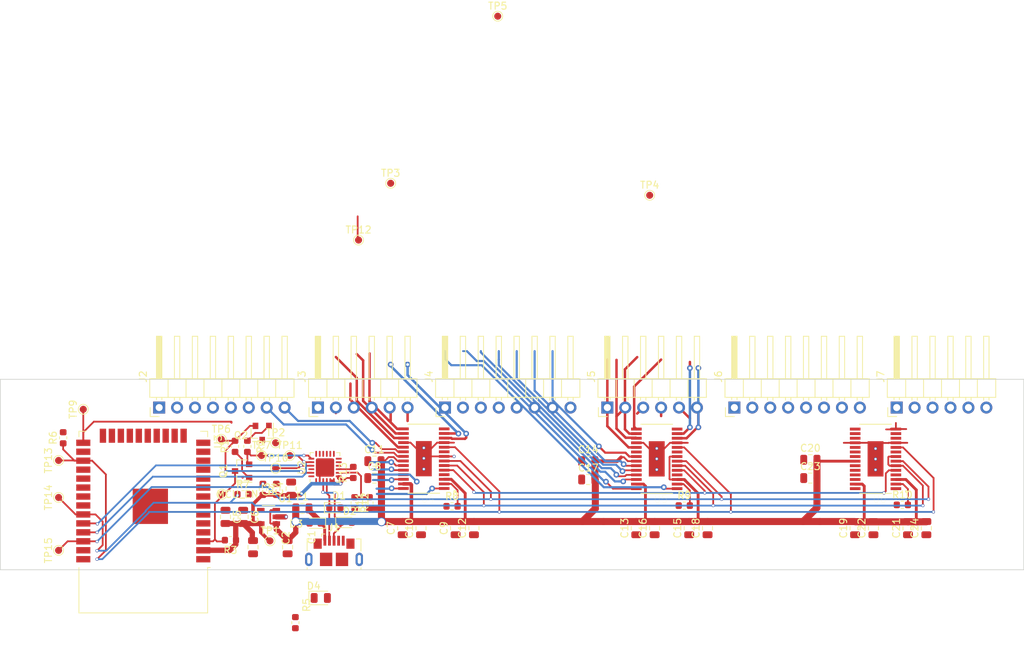
<source format=kicad_pcb>
(kicad_pcb (version 20171130) (host pcbnew "(5.1.4-0-10_14)")
  (layers (0 F.Cu signal) (31 B.Cu signal) (34 B.Paste user) (35 F.Paste user hide) (36 B.SilkS user hide) (37 F.SilkS user hide) (38 B.Mask user) (39 F.Mask user) (44 Edge.Cuts user))
  (net 0 "")
  (net 1 "Net-(U1-Pad4)")
  (net 2 "Net-(J1-Pad4)")
  (net 3 "Net-(U2-Pad1)")
  (net 4 "Net-(U2-Pad10)")
  (net 5 "Net-(U2-Pad11)")
  (net 6 "Net-(U2-Pad12)")
  (net 7 "Net-(U2-Pad13)")
  (net 8 "Net-(U2-Pad14)")
  (net 9 "Net-(U2-Pad15)")
  (net 10 "Net-(U2-Pad16)")
  (net 11 "Net-(U2-Pad17)")
  (net 12 "Net-(U2-Pad18)")
  (net 13 "Net-(U2-Pad22)")
  (net 14 "Net-(U2-Pad24)")
  (net 15 "Net-(U3-Pad4)")
  (net 16 "Net-(U3-Pad5)")
  (net 17 "Net-(U3-Pad7)")
  (net 18 "Net-(U3-Pad8)")
  (net 19 "Net-(U3-Pad9)")
  (net 20 "Net-(U3-Pad10)")
  (net 21 "Net-(U3-Pad11)")
  (net 22 "Net-(U3-Pad12)")
  (net 23 "Net-(U3-Pad13)")
  (net 24 "Net-(U3-Pad14)")
  (net 25 "Net-(U3-Pad16)")
  (net 26 "Net-(U3-Pad17)")
  (net 27 "Net-(U3-Pad18)")
  (net 28 "Net-(U3-Pad19)")
  (net 29 "Net-(U3-Pad20)")
  (net 30 "Net-(U3-Pad21)")
  (net 31 "Net-(U3-Pad22)")
  (net 32 "Net-(U3-Pad23)")
  (net 33 "Net-(U3-Pad24)")
  (net 34 "Net-(U3-Pad26)")
  (net 35 "Net-(U3-Pad28)")
  (net 36 GND)
  (net 37 PP5V)
  (net 38 +3V3)
  (net 39 "/Support Circuitry/USB_DN")
  (net 40 "/Support Circuitry/USB_DP")
  (net 41 "/Support Circuitry/USB_5V")
  (net 42 "Net-(D4-Pad2)")
  (net 43 "Net-(D4-Pad1)")
  (net 44 /Drivers/A_CS_8)
  (net 45 /Drivers/A_CS_7)
  (net 46 /Drivers/A_CS_6)
  (net 47 /Drivers/A_CS_5)
  (net 48 /Drivers/A_CS_4)
  (net 49 /Drivers/A_CS_3)
  (net 50 /Drivers/A_CS_2)
  (net 51 /Drivers/A_CS_1)
  (net 52 /Drivers/A_SW_6)
  (net 53 /Drivers/A_SW_5)
  (net 54 /Drivers/A_SW_4)
  (net 55 /Drivers/A_SW_3)
  (net 56 /Drivers/A_SW_2)
  (net 57 /Drivers/A_SW_1)
  (net 58 /Drivers/B_CS_8)
  (net 59 /Drivers/B_CS_7)
  (net 60 /Drivers/B_CS_6)
  (net 61 /Drivers/B_CS_5)
  (net 62 /Drivers/B_CS_4)
  (net 63 /Drivers/B_CS_3)
  (net 64 /Drivers/B_CS_2)
  (net 65 /Drivers/B_CS_1)
  (net 66 /Drivers/B_SW_6)
  (net 67 /Drivers/B_SW_5)
  (net 68 /Drivers/B_SW_4)
  (net 69 /Drivers/B_SW_3)
  (net 70 /Drivers/B_SW_2)
  (net 71 /Drivers/B_SW_1)
  (net 72 /Drivers/C_CS_8)
  (net 73 /Drivers/C_CS_7)
  (net 74 /Drivers/C_CS_6)
  (net 75 /Drivers/C_CS_5)
  (net 76 /Drivers/C_CS_4)
  (net 77 /Drivers/C_CS_3)
  (net 78 /Drivers/C_CS_2)
  (net 79 /Drivers/C_CS_1)
  (net 80 /Drivers/C_SW_6)
  (net 81 /Drivers/C_SW_5)
  (net 82 /Drivers/C_SW_4)
  (net 83 /Drivers/C_SW_3)
  (net 84 /Drivers/C_SW_2)
  (net 85 /Drivers/C_SW_1)
  (net 86 /ESP32/MCU_ENABLE)
  (net 87 "/Support Circuitry/RTS")
  (net 88 "Net-(Q1-Pad1)")
  (net 89 /ESP32/MCU_BOOT)
  (net 90 "/Support Circuitry/DTR")
  (net 91 "Net-(Q2-Pad1)")
  (net 92 /Drivers/SCL)
  (net 93 /Drivers/SHUT)
  (net 94 /Drivers/SDA)
  (net 95 /Drivers/A_REXT)
  (net 96 /Drivers/B_REXT)
  (net 97 /Drivers/C_REXT)
  (net 98 "Net-(TP3-Pad1)")
  (net 99 "Net-(TP4-Pad1)")
  (net 100 "Net-(TP5-Pad1)")
  (net 101 /ESP32/ESP_TX)
  (net 102 /ESP32/ESP_RX)
  (net 103 "Net-(U3-Pad37)")
  (net 104 "Net-(U3-Pad32)")
  (net 105 "Net-(U3-Pad31)")
  (net 106 "Net-(U3-Pad30)")
  (net 107 PP3V3)
  (net 108 /Drivers/SYNC)
  (net 109 "Net-(U3-Pad29)")
  (net 110 "Net-(R11-Pad2)")
  (net 111 "Net-(R13-Pad2)")
  (module Connector_PinHeader_2.54mm:PinHeader_1x08_P2.54mm_Horizontal (layer F.Cu) (at 101.5 100 90)
    (fp_text reference J2 (at 4.385 -2.27 90) (layer F.SilkS))
    (fp_text value A_CS)
    (pad 8 thru_hole oval (at 0 17.78 90) (size 1.7 1.7) (drill 1) (layers *.Cu *.Mask) (net 51 /Drivers/A_CS_1))
    (pad 7 thru_hole oval (at 0 15.24 90) (size 1.7 1.7) (drill 1) (layers *.Cu *.Mask) (net 50 /Drivers/A_CS_2))
    (pad 6 thru_hole oval (at 0 12.7 90) (size 1.7 1.7) (drill 1) (layers *.Cu *.Mask) (net 49 /Drivers/A_CS_3))
    (pad 5 thru_hole oval (at 0 10.16 90) (size 1.7 1.7) (drill 1) (layers *.Cu *.Mask) (net 48 /Drivers/A_CS_4))
    (pad 4 thru_hole oval (at 0 7.62 90) (size 1.7 1.7) (drill 1) (layers *.Cu *.Mask) (net 47 /Drivers/A_CS_5))
    (pad 3 thru_hole oval (at 0 5.08 90) (size 1.7 1.7) (drill 1) (layers *.Cu *.Mask) (net 46 /Drivers/A_CS_6))
    (pad 2 thru_hole oval (at 0 2.54 90) (size 1.7 1.7) (drill 1) (layers *.Cu *.Mask) (net 45 /Drivers/A_CS_7))
    (pad 1 thru_hole rect (at 0 0 90) (size 1.7 1.7) (drill 1) (layers *.Cu *.Mask) (net 44 /Drivers/A_CS_8))
  )
  (module TestPoint:TestPoint_Pad_D1.0mm (layer F.Cu) (at 120 106.8)
    (fp_text reference TP11 (at 0 -1.448) (layer F.SilkS))
    (fp_text value FT_RX)
    (pad 1 smd circle (at 0 0) (size 1 1) (layers F.Cu F.Mask) (net 101 /ESP32/ESP_TX))
  )
  (module TestPoint:TestPoint_Pad_D1.0mm (layer F.Cu) (at 118 108.6)
    (fp_text reference TP10 (at 0 -1.448) (layer F.SilkS))
    (fp_text value FT_TX)
    (pad 1 smd circle (at 0 0) (size 1 1) (layers F.Cu F.Mask) (net 102 /ESP32/ESP_RX))
  )
  (module RF_Module:ESP32-WROOM-32 (layer F.Cu) (at 99.25 113.25 180)
    (fp_text reference U3 (at -10.61 8.43 90) (layer F.SilkS))
    (fp_text value ESP32-WROOM)
    (pad 38 smd rect (at 8.5 -8.255 180) (size 2 0.9) (layers F.Cu F.Paste F.Mask) (net 36 GND))
    (pad 37 smd rect (at 8.5 -6.985 180) (size 2 0.9) (layers F.Cu F.Paste F.Mask) (net 103 "Net-(U3-Pad37)"))
    (pad 36 smd rect (at 8.5 -5.715 180) (size 2 0.9) (layers F.Cu F.Paste F.Mask) (net 92 /Drivers/SCL))
    (pad 35 smd rect (at 8.5 -4.445 180) (size 2 0.9) (layers F.Cu F.Paste F.Mask) (net 101 /ESP32/ESP_TX))
    (pad 34 smd rect (at 8.5 -3.175 180) (size 2 0.9) (layers F.Cu F.Paste F.Mask) (net 102 /ESP32/ESP_RX))
    (pad 33 smd rect (at 8.5 -1.905 180) (size 2 0.9) (layers F.Cu F.Paste F.Mask) (net 94 /Drivers/SDA))
    (pad 32 smd rect (at 8.5 -0.635 180) (size 2 0.9) (layers F.Cu F.Paste F.Mask) (net 104 "Net-(U3-Pad32)"))
    (pad 31 smd rect (at 8.5 0.635 180) (size 2 0.9) (layers F.Cu F.Paste F.Mask) (net 105 "Net-(U3-Pad31)"))
    (pad 30 smd rect (at 8.5 1.905 180) (size 2 0.9) (layers F.Cu F.Paste F.Mask) (net 106 "Net-(U3-Pad30)"))
    (pad 29 smd rect (at 8.5 3.175 180) (size 2 0.9) (layers F.Cu F.Paste F.Mask) (net 109 "Net-(U3-Pad29)"))
    (pad 28 smd rect (at 8.5 4.445 180) (size 2 0.9) (layers F.Cu F.Paste F.Mask) (net 35 "Net-(U3-Pad28)"))
    (pad 27 smd rect (at 8.5 5.715 180) (size 2 0.9) (layers F.Cu F.Paste F.Mask) (net 93 /Drivers/SHUT))
    (pad 26 smd rect (at 8.5 6.985 180) (size 2 0.9) (layers F.Cu F.Paste F.Mask) (net 34 "Net-(U3-Pad26)"))
    (pad 25 smd rect (at 8.5 8.255 180) (size 2 0.9) (layers F.Cu F.Paste F.Mask) (net 89 /ESP32/MCU_BOOT))
    (pad 24 smd rect (at 5.715 9.255 270) (size 2 0.9) (layers F.Cu F.Paste F.Mask) (net 33 "Net-(U3-Pad24)"))
    (pad 23 smd rect (at 4.445 9.255 270) (size 2 0.9) (layers F.Cu F.Paste F.Mask) (net 32 "Net-(U3-Pad23)"))
    (pad 22 smd rect (at 3.175 9.255 270) (size 2 0.9) (layers F.Cu F.Paste F.Mask) (net 31 "Net-(U3-Pad22)"))
    (pad 21 smd rect (at 1.905 9.255 270) (size 2 0.9) (layers F.Cu F.Paste F.Mask) (net 30 "Net-(U3-Pad21)"))
    (pad 20 smd rect (at 0.635 9.255 270) (size 2 0.9) (layers F.Cu F.Paste F.Mask) (net 29 "Net-(U3-Pad20)"))
    (pad 19 smd rect (at -0.635 9.255 270) (size 2 0.9) (layers F.Cu F.Paste F.Mask) (net 28 "Net-(U3-Pad19)"))
    (pad 18 smd rect (at -1.905 9.255 270) (size 2 0.9) (layers F.Cu F.Paste F.Mask) (net 27 "Net-(U3-Pad18)"))
    (pad 17 smd rect (at -3.175 9.255 270) (size 2 0.9) (layers F.Cu F.Paste F.Mask) (net 26 "Net-(U3-Pad17)"))
    (pad 16 smd rect (at -4.445 9.255 270) (size 2 0.9) (layers F.Cu F.Paste F.Mask) (net 25 "Net-(U3-Pad16)"))
    (pad 15 smd rect (at -5.715 9.255 270) (size 2 0.9) (layers F.Cu F.Paste F.Mask) (net 36 GND))
    (pad 14 smd rect (at -8.5 8.255 180) (size 2 0.9) (layers F.Cu F.Paste F.Mask) (net 24 "Net-(U3-Pad14)"))
    (pad 13 smd rect (at -8.5 6.985 180) (size 2 0.9) (layers F.Cu F.Paste F.Mask) (net 23 "Net-(U3-Pad13)"))
    (pad 12 smd rect (at -8.5 5.715 180) (size 2 0.9) (layers F.Cu F.Paste F.Mask) (net 22 "Net-(U3-Pad12)"))
    (pad 11 smd rect (at -8.5 4.445 180) (size 2 0.9) (layers F.Cu F.Paste F.Mask) (net 21 "Net-(U3-Pad11)"))
    (pad 10 smd rect (at -8.5 3.175 180) (size 2 0.9) (layers F.Cu F.Paste F.Mask) (net 20 "Net-(U3-Pad10)"))
    (pad 9 smd rect (at -8.5 1.905 180) (size 2 0.9) (layers F.Cu F.Paste F.Mask) (net 19 "Net-(U3-Pad9)"))
    (pad 8 smd rect (at -8.5 0.635 180) (size 2 0.9) (layers F.Cu F.Paste F.Mask) (net 18 "Net-(U3-Pad8)"))
    (pad 7 smd rect (at -8.5 -0.635 180) (size 2 0.9) (layers F.Cu F.Paste F.Mask) (net 17 "Net-(U3-Pad7)"))
    (pad 6 smd rect (at -8.5 -1.905 180) (size 2 0.9) (layers F.Cu F.Paste F.Mask) (net 43 "Net-(D4-Pad1)"))
    (pad 5 smd rect (at -8.5 -3.175 180) (size 2 0.9) (layers F.Cu F.Paste F.Mask) (net 16 "Net-(U3-Pad5)"))
    (pad 4 smd rect (at -8.5 -4.445 180) (size 2 0.9) (layers F.Cu F.Paste F.Mask) (net 15 "Net-(U3-Pad4)"))
    (pad 3 smd rect (at -8.5 -5.715 180) (size 2 0.9) (layers F.Cu F.Paste F.Mask) (net 86 /ESP32/MCU_ENABLE))
    (pad 2 smd rect (at -8.5 -6.985 180) (size 2 0.9) (layers F.Cu F.Paste F.Mask) (net 38 +3V3))
    (pad 1 smd rect (at -8.5 -8.255 180) (size 2 0.9) (layers F.Cu F.Paste F.Mask) (net 36 GND))
    (pad 39 smd rect (at -1 -0.755 180) (size 5 5) (layers F.Cu F.Paste F.Mask) (net 36 GND))
  )
  (module Capacitor_SMD:C_0805_2012Metric (layer F.Cu) (at 120.2 111.5 90)
    (fp_text reference C4 (at 0 -1.65 90) (layer F.SilkS))
    (fp_text value 4.7uF/25V)
    (pad 2 smd roundrect (at 0.9375 0 90) (size 0.975 1.4) (layers F.Cu F.Paste F.Mask) (net 36 GND))
    (pad 1 smd roundrect (at -0.9375 0 90) (size 0.975 1.4) (layers F.Cu F.Paste F.Mask) (net 38 +3V3))
  )
  (module Package_DFN_QFN:QFN-24-1EP_4x4mm_P0.5mm_EP2.6x2.6mm (layer F.Cu) (at 125 108.5 90)
    (fp_text reference U2 (at 0 -3.3 90) (layer F.SilkS))
    (fp_text value CP2102N-A01-GQFN24)
    (pad 24 smd roundrect (at -1.25 -1.9375 90) (size 0.25 0.825) (layers F.Cu F.Paste F.Mask) (net 14 "Net-(U2-Pad24)"))
    (pad 23 smd roundrect (at -0.75 -1.9375 90) (size 0.25 0.825) (layers F.Cu F.Paste F.Mask) (net 90 "/Support Circuitry/DTR"))
    (pad 22 smd roundrect (at -0.25 -1.9375 90) (size 0.25 0.825) (layers F.Cu F.Paste F.Mask) (net 13 "Net-(U2-Pad22)"))
    (pad 21 smd roundrect (at 0.25 -1.9375 90) (size 0.25 0.825) (layers F.Cu F.Paste F.Mask) (net 102 /ESP32/ESP_RX))
    (pad 20 smd roundrect (at 0.75 -1.9375 90) (size 0.25 0.825) (layers F.Cu F.Paste F.Mask) (net 101 /ESP32/ESP_TX))
    (pad 19 smd roundrect (at 1.25 -1.9375 90) (size 0.25 0.825) (layers F.Cu F.Paste F.Mask) (net 87 "/Support Circuitry/RTS"))
    (pad 18 smd roundrect (at 1.9375 -1.25 90) (size 0.825 0.25) (layers F.Cu F.Paste F.Mask) (net 12 "Net-(U2-Pad18)"))
    (pad 17 smd roundrect (at 1.9375 -0.75 90) (size 0.825 0.25) (layers F.Cu F.Paste F.Mask) (net 11 "Net-(U2-Pad17)"))
    (pad 16 smd roundrect (at 1.9375 -0.25 90) (size 0.825 0.25) (layers F.Cu F.Paste F.Mask) (net 10 "Net-(U2-Pad16)"))
    (pad 15 smd roundrect (at 1.9375 0.25 90) (size 0.825 0.25) (layers F.Cu F.Paste F.Mask) (net 9 "Net-(U2-Pad15)"))
    (pad 14 smd roundrect (at 1.9375 0.75 90) (size 0.825 0.25) (layers F.Cu F.Paste F.Mask) (net 8 "Net-(U2-Pad14)"))
    (pad 13 smd roundrect (at 1.9375 1.25 90) (size 0.825 0.25) (layers F.Cu F.Paste F.Mask) (net 7 "Net-(U2-Pad13)"))
    (pad 12 smd roundrect (at 1.25 1.9375 90) (size 0.25 0.825) (layers F.Cu F.Paste F.Mask) (net 6 "Net-(U2-Pad12)"))
    (pad 11 smd roundrect (at 0.75 1.9375 90) (size 0.25 0.825) (layers F.Cu F.Paste F.Mask) (net 5 "Net-(U2-Pad11)"))
    (pad 10 smd roundrect (at 0.25 1.9375 90) (size 0.25 0.825) (layers F.Cu F.Paste F.Mask) (net 4 "Net-(U2-Pad10)"))
    (pad 9 smd roundrect (at -0.25 1.9375 90) (size 0.25 0.825) (layers F.Cu F.Paste F.Mask) (net 111 "Net-(R13-Pad2)"))
    (pad 8 smd roundrect (at -0.75 1.9375 90) (size 0.25 0.825) (layers F.Cu F.Paste F.Mask) (net 110 "Net-(R11-Pad2)"))
    (pad 7 smd roundrect (at -1.25 1.9375 90) (size 0.25 0.825) (layers F.Cu F.Paste F.Mask) (net 38 +3V3))
    (pad 6 smd roundrect (at -1.9375 1.25 90) (size 0.825 0.25) (layers F.Cu F.Paste F.Mask) (net 38 +3V3))
    (pad 5 smd roundrect (at -1.9375 0.75 90) (size 0.825 0.25) (layers F.Cu F.Paste F.Mask) (net 38 +3V3))
    (pad 4 smd roundrect (at -1.9375 0.25 90) (size 0.825 0.25) (layers F.Cu F.Paste F.Mask) (net 39 "/Support Circuitry/USB_DN"))
    (pad 3 smd roundrect (at -1.9375 -0.25 90) (size 0.825 0.25) (layers F.Cu F.Paste F.Mask) (net 40 "/Support Circuitry/USB_DP"))
    (pad 2 smd roundrect (at -1.9375 -0.75 90) (size 0.825 0.25) (layers F.Cu F.Paste F.Mask) (net 36 GND))
    (pad 1 smd roundrect (at -1.9375 -1.25 90) (size 0.825 0.25) (layers F.Cu F.Paste F.Mask) (net 3 "Net-(U2-Pad1)"))
    (pad 25 smd roundrect (at 0 0 90) (size 2.6 2.6) (layers F.Cu F.Mask) (roundrect_rratio 0.096154) (net 36 GND))
  )
  (module Resistor_SMD:R_0603_1608Metric (layer F.Cu) (at 129 109.2 90)
    (fp_text reference R13 (at 0 -1.43 90) (layer F.SilkS))
    (fp_text value 2k)
    (pad 2 smd roundrect (at 0.7875 0 90) (size 0.875 0.95) (layers F.Cu F.Paste F.Mask) (net 111 "Net-(R13-Pad2)"))
    (pad 1 smd roundrect (at -0.7875 0 90) (size 0.875 0.95) (layers F.Cu F.Paste F.Mask) (net 38 +3V3))
  )
  (module Resistor_SMD:R_0603_1608Metric (layer F.Cu) (at 129.2 113.5 270)
    (fp_text reference R12 (at 0 -1.43 90) (layer F.SilkS))
    (fp_text value 47.5k)
    (pad 2 smd roundrect (at 0.7875 0 270) (size 0.875 0.95) (layers F.Cu F.Paste F.Mask) (net 36 GND))
    (pad 1 smd roundrect (at -0.7875 0 270) (size 0.875 0.95) (layers F.Cu F.Paste F.Mask) (net 110 "Net-(R11-Pad2)"))
  )
  (module Resistor_SMD:R_0603_1608Metric (layer F.Cu) (at 131.3 113.5 90)
    (fp_text reference R11 (at 0 -1.43 90) (layer F.SilkS))
    (fp_text value 22.1k)
    (pad 2 smd roundrect (at 0.7875 0 90) (size 0.875 0.95) (layers F.Cu F.Paste F.Mask) (net 110 "Net-(R11-Pad2)"))
    (pad 1 smd roundrect (at -0.7875 0 90) (size 0.875 0.95) (layers F.Cu F.Paste F.Mask) (net 37 PP5V))
  )
  (module Connector_USB:USB_Micro-B_GCT_USB3076-30-A (layer F.Cu) (at 126.28 120.33)
    (fp_text reference J1 (at 0 -3.3) (layer F.SilkS))
    (fp_text value USB_B_Micro)
    (pad 6 smd rect (at -2.32 -1.03) (size 1.15 1.45) (layers F.Cu F.Paste F.Mask) (net 36 GND))
    (pad 6 smd rect (at 2.32 -1.03) (size 1.15 1.45) (layers F.Cu F.Paste F.Mask) (net 36 GND))
    (pad 6 thru_hole oval (at 3.575 1.2) (size 1.05 1.9) (drill oval 0.45 1.25) (layers *.Cu *.Mask) (net 36 GND))
    (pad 6 thru_hole oval (at -3.575 1.2 180) (size 1.05 1.9) (drill oval 0.45 1.25) (layers *.Cu *.Mask) (net 36 GND))
    (pad 6 smd rect (at -1.125 1.2) (size 1.75 1.9) (layers F.Cu F.Paste F.Mask) (net 36 GND))
    (pad 3 smd rect (at 0 -1.45) (size 0.4 1.4) (layers F.Cu F.Paste F.Mask) (net 40 "/Support Circuitry/USB_DP"))
    (pad 4 smd rect (at 0.65 -1.45) (size 0.4 1.4) (layers F.Cu F.Paste F.Mask) (net 2 "Net-(J1-Pad4)"))
    (pad 5 smd rect (at 1.3 -1.45) (size 0.4 1.4) (layers F.Cu F.Paste F.Mask) (net 36 GND))
    (pad 1 smd rect (at -1.3 -1.45) (size 0.4 1.4) (layers F.Cu F.Paste F.Mask) (net 41 "/Support Circuitry/USB_5V"))
    (pad 2 smd rect (at -0.65 -1.45) (size 0.4 1.4) (layers F.Cu F.Paste F.Mask) (net 39 "/Support Circuitry/USB_DN"))
    (pad 6 smd rect (at 1.125 1.2) (size 1.75 1.9) (layers F.Cu F.Paste F.Mask) (net 36 GND))
  )
  (module Fuse:Fuse_0805_2012Metric (layer F.Cu) (at 121.8 114.3)
    (fp_text reference F1 (at 0 -1.65) (layer F.SilkS))
    (fp_text value 500mA)
    (pad 2 smd roundrect (at 0.9375 0) (size 0.975 1.4) (layers F.Cu F.Paste F.Mask) (net 41 "/Support Circuitry/USB_5V"))
    (pad 1 smd roundrect (at -0.9375 0) (size 0.975 1.4) (layers F.Cu F.Paste F.Mask) (net 37 PP5V))
  )
  (module Capacitor_SMD:C_0603_1608Metric (layer F.Cu) (at 118.1 111.6 90)
    (fp_text reference C3 (at 0 -1.43 90) (layer F.SilkS))
    (fp_text value 0.1uF/25V)
    (pad 2 smd roundrect (at 0.7875 0 90) (size 0.875 0.95) (layers F.Cu F.Paste F.Mask) (net 36 GND))
    (pad 1 smd roundrect (at -0.7875 0 90) (size 0.875 0.95) (layers F.Cu F.Paste F.Mask) (net 38 +3V3))
  )
  (module Package_SO:SOP65P640X110-28N (layer F.Cu) (at 172 107.275 180)
    (fp_text reference U5 (at -0.575 -5.712) (layer F.SilkS) (effects (font (thickness 0.015))))
    (fp_text value IS32FL3738)
    (pad PAD smd rect (at 0 0 270) (size 5 2.25) (layers F.Cu F.Paste F.Mask) (net 36 GND))
    (pad 1 smd rect (at -2.885 -4.225 180) (size 1.5 0.41) (layers F.Cu F.Paste F.Mask) (net 58 /Drivers/B_CS_8))
    (pad 2 smd rect (at -2.885 -3.575 180) (size 1.5 0.41) (layers F.Cu F.Paste F.Mask) (net 96 /Drivers/B_REXT))
    (pad 3 smd rect (at -2.885 -2.925 180) (size 1.5 0.41) (layers F.Cu F.Paste F.Mask) (net 37 PP5V))
    (pad 4 smd rect (at -2.885 -2.275 180) (size 1.5 0.41) (layers F.Cu F.Paste F.Mask) (net 107 PP3V3))
    (pad 5 smd rect (at -2.885 -1.625 180) (size 1.5 0.41) (layers F.Cu F.Paste F.Mask) (net 108 /Drivers/SYNC))
    (pad 6 smd rect (at -2.885 -0.975 180) (size 1.5 0.41) (layers F.Cu F.Paste F.Mask) (net 94 /Drivers/SDA))
    (pad 7 smd rect (at -2.885 -0.325 180) (size 1.5 0.41) (layers F.Cu F.Paste F.Mask) (net 92 /Drivers/SCL))
    (pad 8 smd rect (at -2.885 0.325 180) (size 1.5 0.41) (layers F.Cu F.Paste F.Mask) (net 37 PP5V))
    (pad 9 smd rect (at -2.885 0.975 180) (size 1.5 0.41) (layers F.Cu F.Paste F.Mask) (net 99 "Net-(TP4-Pad1)"))
    (pad 10 smd rect (at -2.885 1.625 180) (size 1.5 0.41) (layers F.Cu F.Paste F.Mask) (net 93 /Drivers/SHUT))
    (pad 11 smd rect (at -2.885 2.275 180) (size 1.5 0.41) (layers F.Cu F.Paste F.Mask) (net 36 GND))
    (pad 12 smd rect (at -2.885 2.925 180) (size 1.5 0.41) (layers F.Cu F.Paste F.Mask) (net 71 /Drivers/B_SW_1))
    (pad 13 smd rect (at -2.885 3.575 180) (size 1.5 0.41) (layers F.Cu F.Paste F.Mask) (net 70 /Drivers/B_SW_2))
    (pad 14 smd rect (at -2.885 4.225 180) (size 1.5 0.41) (layers F.Cu F.Paste F.Mask) (net 36 GND))
    (pad 15 smd rect (at 2.885 4.225 180) (size 1.5 0.41) (layers F.Cu F.Paste F.Mask) (net 69 /Drivers/B_SW_3))
    (pad 16 smd rect (at 2.885 3.575 180) (size 1.5 0.41) (layers F.Cu F.Paste F.Mask) (net 68 /Drivers/B_SW_4))
    (pad 17 smd rect (at 2.885 2.925 180) (size 1.5 0.41) (layers F.Cu F.Paste F.Mask) (net 67 /Drivers/B_SW_5))
    (pad 18 smd rect (at 2.885 2.275 180) (size 1.5 0.41) (layers F.Cu F.Paste F.Mask) (net 36 GND))
    (pad 19 smd rect (at 2.885 1.625 180) (size 1.5 0.41) (layers F.Cu F.Paste F.Mask) (net 66 /Drivers/B_SW_6))
    (pad 20 smd rect (at 2.885 0.975 180) (size 1.5 0.41) (layers F.Cu F.Paste F.Mask) (net 65 /Drivers/B_CS_1))
    (pad 21 smd rect (at 2.885 0.325 180) (size 1.5 0.41) (layers F.Cu F.Paste F.Mask) (net 64 /Drivers/B_CS_2))
    (pad 22 smd rect (at 2.885 -0.325 180) (size 1.5 0.41) (layers F.Cu F.Paste F.Mask) (net 37 PP5V))
    (pad 23 smd rect (at 2.885 -0.975 180) (size 1.5 0.41) (layers F.Cu F.Paste F.Mask) (net 63 /Drivers/B_CS_3))
    (pad 24 smd rect (at 2.885 -1.625 180) (size 1.5 0.41) (layers F.Cu F.Paste F.Mask) (net 62 /Drivers/B_CS_4))
    (pad 25 smd rect (at 2.885 -2.275 180) (size 1.5 0.41) (layers F.Cu F.Paste F.Mask) (net 61 /Drivers/B_CS_5))
    (pad 26 smd rect (at 2.885 -2.925 180) (size 1.5 0.41) (layers F.Cu F.Paste F.Mask) (net 60 /Drivers/B_CS_6))
    (pad 27 smd rect (at 2.885 -3.575 180) (size 1.5 0.41) (layers F.Cu F.Paste F.Mask) (net 37 PP5V))
    (pad 28 smd rect (at 2.885 -4.225 180) (size 1.5 0.41) (layers F.Cu F.Paste F.Mask) (net 59 /Drivers/B_CS_7))
  )
  (module Resistor_SMD:R_0603_1608Metric (layer F.Cu) (at 120.8 130.5 270)
    (fp_text reference R5 (at -2.5 -1.6 90) (layer F.SilkS))
    (fp_text value 2k)
    (pad 2 smd roundrect (at 0.7875 0 270) (size 0.875 0.95) (layers F.Cu F.Paste F.Mask) (net 38 +3V3))
    (pad 1 smd roundrect (at -0.7875 0 270) (size 0.875 0.95) (layers F.Cu F.Paste F.Mask) (net 42 "Net-(D4-Pad2)"))
  )
  (module LED_SMD:LED_0805_2012Metric (layer F.Cu) (at 124.4 127)
    (fp_text reference D4 (at -1 -1.7) (layer F.SilkS))
    (fp_text value LED)
    (pad 2 smd roundrect (at 0.9375 0) (size 0.975 1.4) (layers F.Cu F.Paste F.Mask) (net 42 "Net-(D4-Pad2)"))
    (pad 1 smd roundrect (at -0.9375 0) (size 0.975 1.4) (layers F.Cu F.Paste F.Mask) (net 43 "Net-(D4-Pad1)"))
  )
  (module Capacitor_SMD:C_0805_2012Metric (layer F.Cu) (at 143.5 117.1 90)
    (fp_text reference C9 (at 0 -1.65 90) (layer F.SilkS))
    (fp_text value 0.47uF)
    (pad 2 smd roundrect (at 0.9375 0 90) (size 0.975 1.4) (layers F.Cu F.Paste F.Mask) (net 37 PP5V))
    (pad 1 smd roundrect (at -0.9375 0 90) (size 0.975 1.4) (layers F.Cu F.Paste F.Mask) (net 36 GND))
  )
  (module Diode_SMD:D_0603_1608Metric (layer F.Cu) (at 126.4 114.2)
    (fp_text reference D1 (at 0.6 -1.7) (layer F.SilkS))
    (fp_text value D_TVS)
    (pad 2 smd roundrect (at 0.7875 0) (size 0.875 0.95) (layers F.Cu F.Paste F.Mask) (net 36 GND))
    (pad 1 smd roundrect (at -0.7875 0) (size 0.875 0.95) (layers F.Cu F.Paste F.Mask) (net 39 "/Support Circuitry/USB_DN"))
  )
  (module Package_TO_SOT_SMD:SOT-23 (layer F.Cu) (at 113.25 109 180)
    (fp_text reference Q1 (at 2.65 0 90) (layer F.SilkS))
    (fp_text value S8050)
    (pad 3 smd rect (at 1 0 180) (size 0.9 0.8) (layers F.Cu F.Paste F.Mask) (net 86 /ESP32/MCU_ENABLE))
    (pad 2 smd rect (at -1 0.95 180) (size 0.9 0.8) (layers F.Cu F.Paste F.Mask) (net 87 "/Support Circuitry/RTS"))
    (pad 1 smd rect (at -1 -0.95 180) (size 0.9 0.8) (layers F.Cu F.Paste F.Mask) (net 88 "Net-(Q1-Pad1)"))
  )
  (module Resistor_SMD:R_0603_1608Metric (layer F.Cu) (at 114 105.5 90)
    (fp_text reference R2 (at 0 1.9 90) (layer F.SilkS))
    (fp_text value 10k)
    (pad 2 smd roundrect (at 0.7875 0 90) (size 0.875 0.95) (layers F.Cu F.Paste F.Mask) (net 91 "Net-(Q2-Pad1)"))
    (pad 1 smd roundrect (at -0.7875 0 90) (size 0.875 0.95) (layers F.Cu F.Paste F.Mask) (net 87 "/Support Circuitry/RTS"))
  )
  (module TestPoint:TestPoint_Pad_D1.0mm (layer F.Cu) (at 87.25 120.25 90)
    (fp_text reference TP15 (at 0 -1.448 90) (layer F.SilkS))
    (fp_text value SCL)
    (pad 1 smd circle (at 0 0 90) (size 1 1) (layers F.Cu F.Mask) (net 92 /Drivers/SCL))
  )
  (module TestPoint:TestPoint_Pad_D1.0mm (layer F.Cu) (at 87.25 112.75 90)
    (fp_text reference TP14 (at 0 -1.448 90) (layer F.SilkS))
    (fp_text value SDA)
    (pad 1 smd circle (at 0 0 90) (size 1 1) (layers F.Cu F.Mask) (net 94 /Drivers/SDA))
  )
  (module TestPoint:TestPoint_Pad_D1.0mm (layer F.Cu) (at 87.25 107.5 90)
    (fp_text reference TP13 (at 0 -1.448 90) (layer F.SilkS))
    (fp_text value SHUT)
    (pad 1 smd circle (at 0 0 90) (size 1 1) (layers F.Cu F.Mask) (net 93 /Drivers/SHUT))
  )
  (module TestPoint:TestPoint_Pad_D1.0mm (layer F.Cu) (at 129.75 76.25)
    (fp_text reference TP12 (at 0 -1.448) (layer F.SilkS))
    (fp_text value SYNC)
    (pad 1 smd circle (at 0 0) (size 1 1) (layers F.Cu F.Mask) (net 108 /Drivers/SYNC))
  )
  (module TestPoint:TestPoint_Pad_D1.0mm (layer F.Cu) (at 90.75 100.25 90)
    (fp_text reference TP9 (at 0 -1.448 90) (layer F.SilkS))
    (fp_text value MCU_B)
    (pad 1 smd circle (at 0 0 90) (size 1 1) (layers F.Cu F.Mask) (net 89 /ESP32/MCU_BOOT))
  )
  (module TestPoint:TestPoint_Pad_D1.0mm (layer F.Cu) (at 110.4 112.3 90)
    (fp_text reference TP8 hide)
    (fp_text value MCU_EN (at 0 2.2 180) (layer F.SilkS))
    (pad 1 smd circle (at 0 0 90) (size 1 1) (layers F.Cu F.Mask) (net 86 /ESP32/MCU_ENABLE))
  )
  (module TestPoint:TestPoint_Pad_D1.0mm (layer F.Cu) (at 116 106.8)
    (fp_text reference TP7 (at 0 -1.448) (layer F.SilkS))
    (fp_text value RTS)
    (pad 1 smd circle (at 0 0) (size 1 1) (layers F.Cu F.Mask) (net 87 "/Support Circuitry/RTS"))
  )
  (module TestPoint:TestPoint_Pad_D1.0mm (layer F.Cu) (at 110.3 104.5)
    (fp_text reference TP6 (at 0 -1.448) (layer F.SilkS))
    (fp_text value DTR)
    (pad 1 smd circle (at 0 0) (size 1 1) (layers F.Cu F.Mask) (net 90 "/Support Circuitry/DTR"))
  )
  (module Package_SO:SOP65P640X110-28N (layer F.Cu) (at 203 107.275 180)
    (fp_text reference U6 (at -0.575 -5.712) (layer F.SilkS) (effects (font (thickness 0.015))))
    (fp_text value IS32FL3738)
    (pad PAD smd rect (at 0 0 270) (size 5 2.25) (layers F.Cu F.Paste F.Mask) (net 36 GND))
    (pad 1 smd rect (at -2.885 -4.225 180) (size 1.5 0.41) (layers F.Cu F.Paste F.Mask) (net 72 /Drivers/C_CS_8))
    (pad 2 smd rect (at -2.885 -3.575 180) (size 1.5 0.41) (layers F.Cu F.Paste F.Mask) (net 97 /Drivers/C_REXT))
    (pad 3 smd rect (at -2.885 -2.925 180) (size 1.5 0.41) (layers F.Cu F.Paste F.Mask) (net 37 PP5V))
    (pad 4 smd rect (at -2.885 -2.275 180) (size 1.5 0.41) (layers F.Cu F.Paste F.Mask) (net 107 PP3V3))
    (pad 5 smd rect (at -2.885 -1.625 180) (size 1.5 0.41) (layers F.Cu F.Paste F.Mask) (net 108 /Drivers/SYNC))
    (pad 6 smd rect (at -2.885 -0.975 180) (size 1.5 0.41) (layers F.Cu F.Paste F.Mask) (net 94 /Drivers/SDA))
    (pad 7 smd rect (at -2.885 -0.325 180) (size 1.5 0.41) (layers F.Cu F.Paste F.Mask) (net 92 /Drivers/SCL))
    (pad 8 smd rect (at -2.885 0.325 180) (size 1.5 0.41) (layers F.Cu F.Paste F.Mask) (net 94 /Drivers/SDA))
    (pad 9 smd rect (at -2.885 0.975 180) (size 1.5 0.41) (layers F.Cu F.Paste F.Mask) (net 100 "Net-(TP5-Pad1)"))
    (pad 10 smd rect (at -2.885 1.625 180) (size 1.5 0.41) (layers F.Cu F.Paste F.Mask) (net 93 /Drivers/SHUT))
    (pad 11 smd rect (at -2.885 2.275 180) (size 1.5 0.41) (layers F.Cu F.Paste F.Mask) (net 36 GND))
    (pad 12 smd rect (at -2.885 2.925 180) (size 1.5 0.41) (layers F.Cu F.Paste F.Mask) (net 85 /Drivers/C_SW_1))
    (pad 13 smd rect (at -2.885 3.575 180) (size 1.5 0.41) (layers F.Cu F.Paste F.Mask) (net 84 /Drivers/C_SW_2))
    (pad 14 smd rect (at -2.885 4.225 180) (size 1.5 0.41) (layers F.Cu F.Paste F.Mask) (net 36 GND))
    (pad 15 smd rect (at 2.885 4.225 180) (size 1.5 0.41) (layers F.Cu F.Paste F.Mask) (net 83 /Drivers/C_SW_3))
    (pad 16 smd rect (at 2.885 3.575 180) (size 1.5 0.41) (layers F.Cu F.Paste F.Mask) (net 82 /Drivers/C_SW_4))
    (pad 17 smd rect (at 2.885 2.925 180) (size 1.5 0.41) (layers F.Cu F.Paste F.Mask) (net 81 /Drivers/C_SW_5))
    (pad 18 smd rect (at 2.885 2.275 180) (size 1.5 0.41) (layers F.Cu F.Paste F.Mask) (net 36 GND))
    (pad 19 smd rect (at 2.885 1.625 180) (size 1.5 0.41) (layers F.Cu F.Paste F.Mask) (net 80 /Drivers/C_SW_6))
    (pad 20 smd rect (at 2.885 0.975 180) (size 1.5 0.41) (layers F.Cu F.Paste F.Mask) (net 79 /Drivers/C_CS_1))
    (pad 21 smd rect (at 2.885 0.325 180) (size 1.5 0.41) (layers F.Cu F.Paste F.Mask) (net 78 /Drivers/C_CS_2))
    (pad 22 smd rect (at 2.885 -0.325 180) (size 1.5 0.41) (layers F.Cu F.Paste F.Mask) (net 37 PP5V))
    (pad 23 smd rect (at 2.885 -0.975 180) (size 1.5 0.41) (layers F.Cu F.Paste F.Mask) (net 77 /Drivers/C_CS_3))
    (pad 24 smd rect (at 2.885 -1.625 180) (size 1.5 0.41) (layers F.Cu F.Paste F.Mask) (net 76 /Drivers/C_CS_4))
    (pad 25 smd rect (at 2.885 -2.275 180) (size 1.5 0.41) (layers F.Cu F.Paste F.Mask) (net 75 /Drivers/C_CS_5))
    (pad 26 smd rect (at 2.885 -2.925 180) (size 1.5 0.41) (layers F.Cu F.Paste F.Mask) (net 74 /Drivers/C_CS_6))
    (pad 27 smd rect (at 2.885 -3.575 180) (size 1.5 0.41) (layers F.Cu F.Paste F.Mask) (net 37 PP5V))
    (pad 28 smd rect (at 2.885 -4.225 180) (size 1.5 0.41) (layers F.Cu F.Paste F.Mask) (net 73 /Drivers/C_CS_7))
  )
  (module Package_SO:SOP65P640X110-28N (layer F.Cu) (at 139 107.25 180)
    (fp_text reference U4 (at -0.575 -5.712) (layer F.SilkS) (effects (font (thickness 0.015))))
    (fp_text value IS32FL3738)
    (pad PAD smd rect (at 0 0 270) (size 5 2.25) (layers F.Cu F.Paste F.Mask) (net 36 GND))
    (pad 1 smd rect (at -2.885 -4.225 180) (size 1.5 0.41) (layers F.Cu F.Paste F.Mask) (net 44 /Drivers/A_CS_8))
    (pad 2 smd rect (at -2.885 -3.575 180) (size 1.5 0.41) (layers F.Cu F.Paste F.Mask) (net 95 /Drivers/A_REXT))
    (pad 3 smd rect (at -2.885 -2.925 180) (size 1.5 0.41) (layers F.Cu F.Paste F.Mask) (net 37 PP5V))
    (pad 4 smd rect (at -2.885 -2.275 180) (size 1.5 0.41) (layers F.Cu F.Paste F.Mask) (net 107 PP3V3))
    (pad 5 smd rect (at -2.885 -1.625 180) (size 1.5 0.41) (layers F.Cu F.Paste F.Mask) (net 108 /Drivers/SYNC))
    (pad 6 smd rect (at -2.885 -0.975 180) (size 1.5 0.41) (layers F.Cu F.Paste F.Mask) (net 94 /Drivers/SDA))
    (pad 7 smd rect (at -2.885 -0.325 180) (size 1.5 0.41) (layers F.Cu F.Paste F.Mask) (net 92 /Drivers/SCL))
    (pad 8 smd rect (at -2.885 0.325 180) (size 1.5 0.41) (layers F.Cu F.Paste F.Mask) (net 36 GND))
    (pad 9 smd rect (at -2.885 0.975 180) (size 1.5 0.41) (layers F.Cu F.Paste F.Mask) (net 98 "Net-(TP3-Pad1)"))
    (pad 10 smd rect (at -2.885 1.625 180) (size 1.5 0.41) (layers F.Cu F.Paste F.Mask) (net 93 /Drivers/SHUT))
    (pad 11 smd rect (at -2.885 2.275 180) (size 1.5 0.41) (layers F.Cu F.Paste F.Mask) (net 36 GND))
    (pad 12 smd rect (at -2.885 2.925 180) (size 1.5 0.41) (layers F.Cu F.Paste F.Mask) (net 57 /Drivers/A_SW_1))
    (pad 13 smd rect (at -2.885 3.575 180) (size 1.5 0.41) (layers F.Cu F.Paste F.Mask) (net 56 /Drivers/A_SW_2))
    (pad 14 smd rect (at -2.885 4.225 180) (size 1.5 0.41) (layers F.Cu F.Paste F.Mask) (net 36 GND))
    (pad 15 smd rect (at 2.885 4.225 180) (size 1.5 0.41) (layers F.Cu F.Paste F.Mask) (net 55 /Drivers/A_SW_3))
    (pad 16 smd rect (at 2.885 3.575 180) (size 1.5 0.41) (layers F.Cu F.Paste F.Mask) (net 54 /Drivers/A_SW_4))
    (pad 17 smd rect (at 2.885 2.925 180) (size 1.5 0.41) (layers F.Cu F.Paste F.Mask) (net 53 /Drivers/A_SW_5))
    (pad 18 smd rect (at 2.885 2.275 180) (size 1.5 0.41) (layers F.Cu F.Paste F.Mask) (net 36 GND))
    (pad 19 smd rect (at 2.885 1.625 180) (size 1.5 0.41) (layers F.Cu F.Paste F.Mask) (net 52 /Drivers/A_SW_6))
    (pad 20 smd rect (at 2.885 0.975 180) (size 1.5 0.41) (layers F.Cu F.Paste F.Mask) (net 51 /Drivers/A_CS_1))
    (pad 21 smd rect (at 2.885 0.325 180) (size 1.5 0.41) (layers F.Cu F.Paste F.Mask) (net 50 /Drivers/A_CS_2))
    (pad 22 smd rect (at 2.885 -0.325 180) (size 1.5 0.41) (layers F.Cu F.Paste F.Mask) (net 37 PP5V))
    (pad 23 smd rect (at 2.885 -0.975 180) (size 1.5 0.41) (layers F.Cu F.Paste F.Mask) (net 49 /Drivers/A_CS_3))
    (pad 24 smd rect (at 2.885 -1.625 180) (size 1.5 0.41) (layers F.Cu F.Paste F.Mask) (net 48 /Drivers/A_CS_4))
    (pad 25 smd rect (at 2.885 -2.275 180) (size 1.5 0.41) (layers F.Cu F.Paste F.Mask) (net 47 /Drivers/A_CS_5))
    (pad 26 smd rect (at 2.885 -2.925 180) (size 1.5 0.41) (layers F.Cu F.Paste F.Mask) (net 46 /Drivers/A_CS_6))
    (pad 27 smd rect (at 2.885 -3.575 180) (size 1.5 0.41) (layers F.Cu F.Paste F.Mask) (net 37 PP5V))
    (pad 28 smd rect (at 2.885 -4.225 180) (size 1.5 0.41) (layers F.Cu F.Paste F.Mask) (net 45 /Drivers/A_CS_7))
  )
  (module Package_TO_SOT_SMD:SOT-23-5 (layer F.Cu) (at 117 115.5 180)
    (fp_text reference U1 (at -2.4 2.6) (layer F.SilkS))
    (fp_text value LD39015M33R)
    (pad 5 smd rect (at 1.1 -0.95 180) (size 1.06 0.65) (layers F.Cu F.Paste F.Mask) (net 38 +3V3))
    (pad 4 smd rect (at 1.1 0.95 180) (size 1.06 0.65) (layers F.Cu F.Paste F.Mask) (net 1 "Net-(U1-Pad4)"))
    (pad 3 smd rect (at -1.1 0.95 180) (size 1.06 0.65) (layers F.Cu F.Paste F.Mask) (net 37 PP5V))
    (pad 2 smd rect (at -1.1 0 180) (size 1.06 0.65) (layers F.Cu F.Paste F.Mask) (net 36 GND))
    (pad 1 smd rect (at -1.1 -0.95 180) (size 1.06 0.65) (layers F.Cu F.Paste F.Mask) (net 37 PP5V))
  )
  (module TestPoint:TestPoint_Pad_D1.0mm (layer F.Cu) (at 149.47 44.51)
    (fp_text reference TP5 (at 0 -1.448) (layer F.SilkS))
    (fp_text value C_INTB)
    (pad 1 smd circle (at 0 0) (size 1 1) (layers F.Cu F.Mask) (net 100 "Net-(TP5-Pad1)"))
  )
  (module TestPoint:TestPoint_Pad_D1.0mm (layer F.Cu) (at 171 69.9)
    (fp_text reference TP4 (at 0 -1.448) (layer F.SilkS))
    (fp_text value B_INTB)
    (pad 1 smd circle (at 0 0) (size 1 1) (layers F.Cu F.Mask) (net 99 "Net-(TP4-Pad1)"))
  )
  (module TestPoint:TestPoint_Pad_D1.0mm (layer F.Cu) (at 134.3 68.2)
    (fp_text reference TP3 (at 0 -1.448) (layer F.SilkS))
    (fp_text value A_INTB)
    (pad 1 smd circle (at 0 0) (size 1 1) (layers F.Cu F.Mask) (net 98 "Net-(TP3-Pad1)"))
  )
  (module TestPoint:TestPoint_Pad_D1.0mm (layer F.Cu) (at 118 105)
    (fp_text reference TP2 (at 0 -1.448) (layer F.SilkS))
    (fp_text value GND)
    (pad 1 smd circle (at 0 0) (size 1 1) (layers F.Cu F.Mask) (net 36 GND))
  )
  (module TestPoint:TestPoint_Pad_D1.0mm (layer F.Cu) (at 117.2 118.9)
    (fp_text reference TP1 (at 0 -1.448) (layer F.SilkS))
    (fp_text value 3V3)
    (pad 1 smd circle (at 0 0) (size 1 1) (layers F.Cu F.Mask) (net 38 +3V3))
  )
  (module Resistor_SMD:R_0603_1608Metric (layer F.Cu) (at 206.8 113.8)
    (fp_text reference R10 (at 0 -1.43) (layer F.SilkS))
    (fp_text value 20k)
    (pad 2 smd roundrect (at 0.7875 0) (size 0.875 0.95) (layers F.Cu F.Paste F.Mask) (net 97 /Drivers/C_REXT))
    (pad 1 smd roundrect (at -0.7875 0) (size 0.875 0.95) (layers F.Cu F.Paste F.Mask) (net 36 GND))
  )
  (module Resistor_SMD:R_0603_1608Metric (layer F.Cu) (at 175.9 113.9)
    (fp_text reference R9 (at 0 -1.43) (layer F.SilkS))
    (fp_text value 20k)
    (pad 2 smd roundrect (at 0.7875 0) (size 0.875 0.95) (layers F.Cu F.Paste F.Mask) (net 96 /Drivers/B_REXT))
    (pad 1 smd roundrect (at -0.7875 0) (size 0.875 0.95) (layers F.Cu F.Paste F.Mask) (net 36 GND))
  )
  (module Resistor_SMD:R_0603_1608Metric (layer F.Cu) (at 143 114)
    (fp_text reference R8 (at 0 -1.43) (layer F.SilkS))
    (fp_text value 20k)
    (pad 2 smd roundrect (at 0.7875 0) (size 0.875 0.95) (layers F.Cu F.Paste F.Mask) (net 95 /Drivers/A_REXT))
    (pad 1 smd roundrect (at -0.7875 0) (size 0.875 0.95) (layers F.Cu F.Paste F.Mask) (net 36 GND))
  )
  (module Resistor_SMD:R_0603_1608Metric (layer F.Cu) (at 113.3875 112.3)
    (fp_text reference R7 (at 0 -1.43) (layer F.SilkS))
    (fp_text value 2k)
    (pad 2 smd roundrect (at 0.7875 0) (size 0.875 0.95) (layers F.Cu F.Paste F.Mask) (net 38 +3V3))
    (pad 1 smd roundrect (at -0.7875 0) (size 0.875 0.95) (layers F.Cu F.Paste F.Mask) (net 94 /Drivers/SDA))
  )
  (module Resistor_SMD:R_0603_1608Metric (layer F.Cu) (at 87.9 104.2875 90)
    (fp_text reference R6 (at 0 -1.43 90) (layer F.SilkS))
    (fp_text value 100k)
    (pad 2 smd roundrect (at 0.7875 0 90) (size 0.875 0.95) (layers F.Cu F.Paste F.Mask) (net 36 GND))
    (pad 1 smd roundrect (at -0.7875 0 90) (size 0.875 0.95) (layers F.Cu F.Paste F.Mask) (net 93 /Drivers/SHUT))
  )
  (module Resistor_SMD:R_0603_1608Metric (layer F.Cu) (at 116.2 111.6 270)
    (fp_text reference R4 (at 0 -1.43 90) (layer F.SilkS))
    (fp_text value 2k)
    (pad 2 smd roundrect (at 0.7875 0 270) (size 0.875 0.95) (layers F.Cu F.Paste F.Mask) (net 38 +3V3))
    (pad 1 smd roundrect (at -0.7875 0 270) (size 0.875 0.95) (layers F.Cu F.Paste F.Mask) (net 92 /Drivers/SCL))
  )
  (module Resistor_SMD:R_0603_1608Metric (layer F.Cu) (at 111.6 118.8 180)
    (fp_text reference R3 (at 0 -1.43) (layer F.SilkS))
    (fp_text value 10k)
    (pad 2 smd roundrect (at 0.7875 0 180) (size 0.875 0.95) (layers F.Cu F.Paste F.Mask) (net 86 /ESP32/MCU_ENABLE))
    (pad 1 smd roundrect (at -0.7875 0 180) (size 0.875 0.95) (layers F.Cu F.Paste F.Mask) (net 38 +3V3))
  )
  (module Resistor_SMD:R_0603_1608Metric (layer F.Cu) (at 112.25 105.5 90)
    (fp_text reference R1 (at 0 -1.43 90) (layer F.SilkS))
    (fp_text value 10k)
    (pad 2 smd roundrect (at 0.7875 0 90) (size 0.875 0.95) (layers F.Cu F.Paste F.Mask) (net 90 "/Support Circuitry/DTR"))
    (pad 1 smd roundrect (at -0.7875 0 90) (size 0.875 0.95) (layers F.Cu F.Paste F.Mask) (net 88 "Net-(Q1-Pad1)"))
  )
  (module Package_TO_SOT_SMD:SOT-23 (layer F.Cu) (at 116.1 103.6 270)
    (fp_text reference Q2 (at 0.35 3) (layer F.SilkS))
    (fp_text value S8050)
    (pad 3 smd rect (at 1 0 270) (size 0.9 0.8) (layers F.Cu F.Paste F.Mask) (net 89 /ESP32/MCU_BOOT))
    (pad 2 smd rect (at -1 0.95 270) (size 0.9 0.8) (layers F.Cu F.Paste F.Mask) (net 90 "/Support Circuitry/DTR"))
    (pad 1 smd rect (at -1 -0.95 270) (size 0.9 0.8) (layers F.Cu F.Paste F.Mask) (net 91 "Net-(Q2-Pad1)"))
  )
  (module Connector_PinHeader_2.54mm:PinHeader_1x06_P2.54mm_Horizontal (layer F.Cu) (at 206 100 90)
    (fp_text reference J7 (at 4.385 -2.27 90) (layer F.SilkS))
    (fp_text value C_SW)
    (pad 6 thru_hole oval (at 0 12.7 90) (size 1.7 1.7) (drill 1) (layers *.Cu *.Mask) (net 85 /Drivers/C_SW_1))
    (pad 5 thru_hole oval (at 0 10.16 90) (size 1.7 1.7) (drill 1) (layers *.Cu *.Mask) (net 84 /Drivers/C_SW_2))
    (pad 4 thru_hole oval (at 0 7.62 90) (size 1.7 1.7) (drill 1) (layers *.Cu *.Mask) (net 83 /Drivers/C_SW_3))
    (pad 3 thru_hole oval (at 0 5.08 90) (size 1.7 1.7) (drill 1) (layers *.Cu *.Mask) (net 82 /Drivers/C_SW_4))
    (pad 2 thru_hole oval (at 0 2.54 90) (size 1.7 1.7) (drill 1) (layers *.Cu *.Mask) (net 81 /Drivers/C_SW_5))
    (pad 1 thru_hole rect (at 0 0 90) (size 1.7 1.7) (drill 1) (layers *.Cu *.Mask) (net 80 /Drivers/C_SW_6))
  )
  (module Connector_PinHeader_2.54mm:PinHeader_1x08_P2.54mm_Horizontal (layer F.Cu) (at 183 100 90)
    (fp_text reference J6 (at 4.385 -2.27 90) (layer F.SilkS))
    (fp_text value C_CS)
    (pad 8 thru_hole oval (at 0 17.78 90) (size 1.7 1.7) (drill 1) (layers *.Cu *.Mask) (net 79 /Drivers/C_CS_1))
    (pad 7 thru_hole oval (at 0 15.24 90) (size 1.7 1.7) (drill 1) (layers *.Cu *.Mask) (net 78 /Drivers/C_CS_2))
    (pad 6 thru_hole oval (at 0 12.7 90) (size 1.7 1.7) (drill 1) (layers *.Cu *.Mask) (net 77 /Drivers/C_CS_3))
    (pad 5 thru_hole oval (at 0 10.16 90) (size 1.7 1.7) (drill 1) (layers *.Cu *.Mask) (net 76 /Drivers/C_CS_4))
    (pad 4 thru_hole oval (at 0 7.62 90) (size 1.7 1.7) (drill 1) (layers *.Cu *.Mask) (net 75 /Drivers/C_CS_5))
    (pad 3 thru_hole oval (at 0 5.08 90) (size 1.7 1.7) (drill 1) (layers *.Cu *.Mask) (net 74 /Drivers/C_CS_6))
    (pad 2 thru_hole oval (at 0 2.54 90) (size 1.7 1.7) (drill 1) (layers *.Cu *.Mask) (net 73 /Drivers/C_CS_7))
    (pad 1 thru_hole rect (at 0 0 90) (size 1.7 1.7) (drill 1) (layers *.Cu *.Mask) (net 72 /Drivers/C_CS_8))
  )
  (module Connector_PinHeader_2.54mm:PinHeader_1x06_P2.54mm_Horizontal (layer F.Cu) (at 165 100 90)
    (fp_text reference J5 (at 4.385 -2.27 90) (layer F.SilkS))
    (fp_text value B_SW)
    (pad 6 thru_hole oval (at 0 12.7 90) (size 1.7 1.7) (drill 1) (layers *.Cu *.Mask) (net 71 /Drivers/B_SW_1))
    (pad 5 thru_hole oval (at 0 10.16 90) (size 1.7 1.7) (drill 1) (layers *.Cu *.Mask) (net 70 /Drivers/B_SW_2))
    (pad 4 thru_hole oval (at 0 7.62 90) (size 1.7 1.7) (drill 1) (layers *.Cu *.Mask) (net 69 /Drivers/B_SW_3))
    (pad 3 thru_hole oval (at 0 5.08 90) (size 1.7 1.7) (drill 1) (layers *.Cu *.Mask) (net 68 /Drivers/B_SW_4))
    (pad 2 thru_hole oval (at 0 2.54 90) (size 1.7 1.7) (drill 1) (layers *.Cu *.Mask) (net 67 /Drivers/B_SW_5))
    (pad 1 thru_hole rect (at 0 0 90) (size 1.7 1.7) (drill 1) (layers *.Cu *.Mask) (net 66 /Drivers/B_SW_6))
  )
  (module Connector_PinHeader_2.54mm:PinHeader_1x08_P2.54mm_Horizontal (layer F.Cu) (at 142 100 90)
    (fp_text reference J4 (at 4.385 -2.27 90) (layer F.SilkS))
    (fp_text value B_CS)
    (pad 8 thru_hole oval (at 0 17.78 90) (size 1.7 1.7) (drill 1) (layers *.Cu *.Mask) (net 65 /Drivers/B_CS_1))
    (pad 7 thru_hole oval (at 0 15.24 90) (size 1.7 1.7) (drill 1) (layers *.Cu *.Mask) (net 64 /Drivers/B_CS_2))
    (pad 6 thru_hole oval (at 0 12.7 90) (size 1.7 1.7) (drill 1) (layers *.Cu *.Mask) (net 63 /Drivers/B_CS_3))
    (pad 5 thru_hole oval (at 0 10.16 90) (size 1.7 1.7) (drill 1) (layers *.Cu *.Mask) (net 62 /Drivers/B_CS_4))
    (pad 4 thru_hole oval (at 0 7.62 90) (size 1.7 1.7) (drill 1) (layers *.Cu *.Mask) (net 61 /Drivers/B_CS_5))
    (pad 3 thru_hole oval (at 0 5.08 90) (size 1.7 1.7) (drill 1) (layers *.Cu *.Mask) (net 60 /Drivers/B_CS_6))
    (pad 2 thru_hole oval (at 0 2.54 90) (size 1.7 1.7) (drill 1) (layers *.Cu *.Mask) (net 59 /Drivers/B_CS_7))
    (pad 1 thru_hole rect (at 0 0 90) (size 1.7 1.7) (drill 1) (layers *.Cu *.Mask) (net 58 /Drivers/B_CS_8))
  )
  (module Connector_PinHeader_2.54mm:PinHeader_1x06_P2.54mm_Horizontal (layer F.Cu) (at 124 100 90)
    (fp_text reference J3 (at 4.385 -2.27 90) (layer F.SilkS))
    (fp_text value A_SW)
    (pad 6 thru_hole oval (at 0 12.7 90) (size 1.7 1.7) (drill 1) (layers *.Cu *.Mask) (net 57 /Drivers/A_SW_1))
    (pad 5 thru_hole oval (at 0 10.16 90) (size 1.7 1.7) (drill 1) (layers *.Cu *.Mask) (net 56 /Drivers/A_SW_2))
    (pad 4 thru_hole oval (at 0 7.62 90) (size 1.7 1.7) (drill 1) (layers *.Cu *.Mask) (net 55 /Drivers/A_SW_3))
    (pad 3 thru_hole oval (at 0 5.08 90) (size 1.7 1.7) (drill 1) (layers *.Cu *.Mask) (net 54 /Drivers/A_SW_4))
    (pad 2 thru_hole oval (at 0 2.54 90) (size 1.7 1.7) (drill 1) (layers *.Cu *.Mask) (net 53 /Drivers/A_SW_5))
    (pad 1 thru_hole rect (at 0 0 90) (size 1.7 1.7) (drill 1) (layers *.Cu *.Mask) (net 52 /Drivers/A_SW_6))
  )
  (module Diode_SMD:D_0603_1608Metric (layer F.Cu) (at 123.6 116.4 180)
    (fp_text reference D3 (at 2.7 -0.1) (layer F.SilkS))
    (fp_text value D_TVS)
    (pad 2 smd roundrect (at 0.7875 0 180) (size 0.875 0.95) (layers F.Cu F.Paste F.Mask) (net 36 GND))
    (pad 1 smd roundrect (at -0.7875 0 180) (size 0.875 0.95) (layers F.Cu F.Paste F.Mask) (net 41 "/Support Circuitry/USB_5V"))
  )
  (module Diode_SMD:D_0603_1608Metric (layer F.Cu) (at 128 116.3)
    (fp_text reference D2 (at 0.5 -1.6) (layer F.SilkS))
    (fp_text value D_TVS)
    (pad 2 smd roundrect (at 0.7875 0) (size 0.875 0.95) (layers F.Cu F.Paste F.Mask) (net 36 GND))
    (pad 1 smd roundrect (at -0.7875 0) (size 0.875 0.95) (layers F.Cu F.Paste F.Mask) (net 40 "/Support Circuitry/USB_DP"))
  )
  (module Capacitor_SMD:C_0805_2012Metric (layer F.Cu) (at 210.2 117.1 90)
    (fp_text reference C24 (at 0 -1.65 90) (layer F.SilkS))
    (fp_text value 0.1uF)
    (pad 2 smd roundrect (at 0.9375 0 90) (size 0.975 1.4) (layers F.Cu F.Paste F.Mask) (net 37 PP5V))
    (pad 1 smd roundrect (at -0.9375 0 90) (size 0.975 1.4) (layers F.Cu F.Paste F.Mask) (net 36 GND))
  )
  (module Capacitor_SMD:C_0805_2012Metric (layer F.Cu) (at 193.7625 110)
    (fp_text reference C23 (at 0 -1.65) (layer F.SilkS))
    (fp_text value 0.1uF)
    (pad 2 smd roundrect (at 0.9375 0) (size 0.975 1.4) (layers F.Cu F.Paste F.Mask) (net 37 PP5V))
    (pad 1 smd roundrect (at -0.9375 0) (size 0.975 1.4) (layers F.Cu F.Paste F.Mask) (net 36 GND))
  )
  (module Capacitor_SMD:C_0805_2012Metric (layer F.Cu) (at 202.7 117.1 90)
    (fp_text reference C22 (at 0 -1.65 90) (layer F.SilkS))
    (fp_text value 0.1uF)
    (pad 2 smd roundrect (at 0.9375 0 90) (size 0.975 1.4) (layers F.Cu F.Paste F.Mask) (net 37 PP5V))
    (pad 1 smd roundrect (at -0.9375 0 90) (size 0.975 1.4) (layers F.Cu F.Paste F.Mask) (net 36 GND))
  )
  (module Capacitor_SMD:C_0805_2012Metric (layer F.Cu) (at 207.6 117.1 90)
    (fp_text reference C21 (at 0 -1.65 90) (layer F.SilkS))
    (fp_text value 0.47uF)
    (pad 2 smd roundrect (at 0.9375 0 90) (size 0.975 1.4) (layers F.Cu F.Paste F.Mask) (net 37 PP5V))
    (pad 1 smd roundrect (at -0.9375 0 90) (size 0.975 1.4) (layers F.Cu F.Paste F.Mask) (net 36 GND))
  )
  (module Capacitor_SMD:C_0805_2012Metric (layer F.Cu) (at 193.7625 107.4)
    (fp_text reference C20 (at 0 -1.65) (layer F.SilkS))
    (fp_text value 0.47uF)
    (pad 2 smd roundrect (at 0.9375 0) (size 0.975 1.4) (layers F.Cu F.Paste F.Mask) (net 37 PP5V))
    (pad 1 smd roundrect (at -0.9375 0) (size 0.975 1.4) (layers F.Cu F.Paste F.Mask) (net 36 GND))
  )
  (module Capacitor_SMD:C_0805_2012Metric (layer F.Cu) (at 200.1 117.1 90)
    (fp_text reference C19 (at 0 -1.65 90) (layer F.SilkS))
    (fp_text value 0.47uF)
    (pad 2 smd roundrect (at 0.9375 0 90) (size 0.975 1.4) (layers F.Cu F.Paste F.Mask) (net 37 PP5V))
    (pad 1 smd roundrect (at -0.9375 0 90) (size 0.975 1.4) (layers F.Cu F.Paste F.Mask) (net 36 GND))
  )
  (module Capacitor_SMD:C_0805_2012Metric (layer F.Cu) (at 179.2 117.1 90)
    (fp_text reference C18 (at 0 -1.65 90) (layer F.SilkS))
    (fp_text value 0.1uF)
    (pad 2 smd roundrect (at 0.9375 0 90) (size 0.975 1.4) (layers F.Cu F.Paste F.Mask) (net 37 PP5V))
    (pad 1 smd roundrect (at -0.9375 0 90) (size 0.975 1.4) (layers F.Cu F.Paste F.Mask) (net 36 GND))
  )
  (module Capacitor_SMD:C_0805_2012Metric (layer F.Cu) (at 162.3 110.2)
    (fp_text reference C17 (at 0 -1.65) (layer F.SilkS))
    (fp_text value 0.1uF)
    (pad 2 smd roundrect (at 0.9375 0) (size 0.975 1.4) (layers F.Cu F.Paste F.Mask) (net 37 PP5V))
    (pad 1 smd roundrect (at -0.9375 0) (size 0.975 1.4) (layers F.Cu F.Paste F.Mask) (net 36 GND))
  )
  (module Capacitor_SMD:C_0805_2012Metric (layer F.Cu) (at 171.7 117.1 90)
    (fp_text reference C16 (at 0 -1.65 90) (layer F.SilkS))
    (fp_text value 0.1uF)
    (pad 2 smd roundrect (at 0.9375 0 90) (size 0.975 1.4) (layers F.Cu F.Paste F.Mask) (net 37 PP5V))
    (pad 1 smd roundrect (at -0.9375 0 90) (size 0.975 1.4) (layers F.Cu F.Paste F.Mask) (net 36 GND))
  )
  (module Capacitor_SMD:C_0805_2012Metric (layer F.Cu) (at 176.6 117.1 90)
    (fp_text reference C15 (at 0 -1.65 90) (layer F.SilkS))
    (fp_text value 0.47uF)
    (pad 2 smd roundrect (at 0.9375 0 90) (size 0.975 1.4) (layers F.Cu F.Paste F.Mask) (net 37 PP5V))
    (pad 1 smd roundrect (at -0.9375 0 90) (size 0.975 1.4) (layers F.Cu F.Paste F.Mask) (net 36 GND))
  )
  (module Capacitor_SMD:C_0805_2012Metric (layer F.Cu) (at 162.3 107.6)
    (fp_text reference C14 (at 0 -1.65) (layer F.SilkS))
    (fp_text value 0.47uF)
    (pad 2 smd roundrect (at 0.9375 0) (size 0.975 1.4) (layers F.Cu F.Paste F.Mask) (net 37 PP5V))
    (pad 1 smd roundrect (at -0.9375 0) (size 0.975 1.4) (layers F.Cu F.Paste F.Mask) (net 36 GND))
  )
  (module Capacitor_SMD:C_0805_2012Metric (layer F.Cu) (at 169.1 117.1 90)
    (fp_text reference C13 (at 0 -1.65 90) (layer F.SilkS))
    (fp_text value 0.47uF)
    (pad 2 smd roundrect (at 0.9375 0 90) (size 0.975 1.4) (layers F.Cu F.Paste F.Mask) (net 37 PP5V))
    (pad 1 smd roundrect (at -0.9375 0 90) (size 0.975 1.4) (layers F.Cu F.Paste F.Mask) (net 36 GND))
  )
  (module Capacitor_SMD:C_0805_2012Metric (layer F.Cu) (at 146.1 117.1 90)
    (fp_text reference C12 (at 0 -1.65 90) (layer F.SilkS))
    (fp_text value 0.1uF)
    (pad 2 smd roundrect (at 0.9375 0 90) (size 0.975 1.4) (layers F.Cu F.Paste F.Mask) (net 37 PP5V))
    (pad 1 smd roundrect (at -0.9375 0 90) (size 0.975 1.4) (layers F.Cu F.Paste F.Mask) (net 36 GND))
  )
  (module Capacitor_SMD:C_0805_2012Metric (layer F.Cu) (at 132 107.6)
    (fp_text reference C11 (at 0 -1.65) (layer F.SilkS))
    (fp_text value 0.1uF)
    (pad 2 smd roundrect (at 0.9375 0) (size 0.975 1.4) (layers F.Cu F.Paste F.Mask) (net 37 PP5V))
    (pad 1 smd roundrect (at -0.9375 0) (size 0.975 1.4) (layers F.Cu F.Paste F.Mask) (net 36 GND))
  )
  (module Capacitor_SMD:C_0805_2012Metric (layer F.Cu) (at 138.6 117.1 90)
    (fp_text reference C10 (at 0 -1.65 90) (layer F.SilkS))
    (fp_text value 0.1uF)
    (pad 2 smd roundrect (at 0.9375 0 90) (size 0.975 1.4) (layers F.Cu F.Paste F.Mask) (net 37 PP5V))
    (pad 1 smd roundrect (at -0.9375 0 90) (size 0.975 1.4) (layers F.Cu F.Paste F.Mask) (net 36 GND))
  )
  (module Capacitor_SMD:C_0805_2012Metric (layer F.Cu) (at 132 110)
    (fp_text reference C8 (at 0 -1.65) (layer F.SilkS))
    (fp_text value 0.47uF)
    (pad 2 smd roundrect (at 0.9375 0) (size 0.975 1.4) (layers F.Cu F.Paste F.Mask) (net 37 PP5V))
    (pad 1 smd roundrect (at -0.9375 0) (size 0.975 1.4) (layers F.Cu F.Paste F.Mask) (net 36 GND))
  )
  (module Capacitor_SMD:C_0805_2012Metric (layer F.Cu) (at 136 117.1 90)
    (fp_text reference C7 (at 0 -1.65 90) (layer F.SilkS))
    (fp_text value 0.47uF)
    (pad 2 smd roundrect (at 0.9375 0 90) (size 0.975 1.4) (layers F.Cu F.Paste F.Mask) (net 37 PP5V))
    (pad 1 smd roundrect (at -0.9375 0 90) (size 0.975 1.4) (layers F.Cu F.Paste F.Mask) (net 36 GND))
  )
  (module Capacitor_SMD:C_0805_2012Metric (layer F.Cu) (at 113.4 115.5 270)
    (fp_text reference C6 (at 0 -1.65 90) (layer F.SilkS))
    (fp_text value 0.1uF/25V)
    (pad 2 smd roundrect (at 0.9375 0 270) (size 0.975 1.4) (layers F.Cu F.Paste F.Mask) (net 38 +3V3))
    (pad 1 smd roundrect (at -0.9375 0 270) (size 0.975 1.4) (layers F.Cu F.Paste F.Mask) (net 36 GND))
  )
  (module Capacitor_SMD:C_0805_2012Metric (layer F.Cu) (at 110.9 115.5 270)
    (fp_text reference C5 (at 0 -1.65 90) (layer F.SilkS))
    (fp_text value 10uF/25V)
    (pad 2 smd roundrect (at 0.9375 0 270) (size 0.975 1.4) (layers F.Cu F.Paste F.Mask) (net 38 +3V3))
    (pad 1 smd roundrect (at -0.9375 0 270) (size 0.975 1.4) (layers F.Cu F.Paste F.Mask) (net 36 GND))
  )
  (module Capacitor_SMD:C_0805_2012Metric (layer F.Cu) (at 114.8 119.8 270)
    (fp_text reference C2 (at -1.3 -4.65 90) (layer F.SilkS))
    (fp_text value 10uF/25V)
    (pad 2 smd roundrect (at 0.9375 0 270) (size 0.975 1.4) (layers F.Cu F.Paste F.Mask) (net 36 GND))
    (pad 1 smd roundrect (at -0.9375 0 270) (size 0.975 1.4) (layers F.Cu F.Paste F.Mask) (net 38 +3V3))
  )
  (module Capacitor_SMD:C_0805_2012Metric (layer F.Cu) (at 119.7 119.8 270)
    (fp_text reference C1 (at -1.4 -3.4 90) (layer F.SilkS))
    (fp_text value 10uF/25V)
    (pad 2 smd roundrect (at 0.9375 0 270) (size 0.975 1.4) (layers F.Cu F.Paste F.Mask) (net 36 GND))
    (pad 1 smd roundrect (at -0.9375 0 270) (size 0.975 1.4) (layers F.Cu F.Paste F.Mask) (net 37 PP5V))
  )
  (gr_line (start 79 123) (end 79 96) (layer Edge.Cuts) (width 0.1))
  (gr_line (start 224 123) (end 79 123) (layer Edge.Cuts) (width 0.1))
  (gr_line (start 224 96) (end 224 123) (layer Edge.Cuts) (width 0.1))
  (gr_line (start 79 96) (end 224 96) (layer Edge.Cuts) (width 0.1))
  (via (at 139 105.725) (size 0.45) (drill 0.3) (layers F.Cu B.Cu) (net 36))
  (via (at 139 107.2) (size 0.45) (drill 0.3) (layers F.Cu B.Cu) (net 36))
  (via (at 139 108.725) (size 0.45) (drill 0.3) (layers F.Cu B.Cu) (net 36))
  (via (at 203 105.825) (size 0.45) (drill 0.3) (layers F.Cu B.Cu) (net 36))
  (via (at 203 107.3) (size 0.45) (drill 0.3) (layers F.Cu B.Cu) (net 36))
  (via (at 203 108.825) (size 0.45) (drill 0.3) (layers F.Cu B.Cu) (net 36))
  (via (at 172 108.8) (size 0.45) (drill 0.3) (layers F.Cu B.Cu) (net 36))
  (via (at 172 105.8) (size 0.45) (drill 0.3) (layers F.Cu B.Cu) (net 36))
  (segment (start 174.885 105) (end 176.4 105) (width 0.25) (layer F.Cu) (net 36))
  (segment (start 141.885 104.975) (end 143.275 104.975) (width 0.25) (layer F.Cu) (net 36))
  (segment (start 142.891806 106.931806) (end 143.287142 106.931806) (width 0.25) (layer F.Cu) (net 36))
  (segment (start 142.885 106.925) (end 142.891806 106.931806) (width 0.25) (layer F.Cu) (net 36))
  (segment (start 141.885 106.925) (end 142.885 106.925) (width 0.25) (layer F.Cu) (net 36))
  (segment (start 200.115 105) (end 198.5 105) (width 0.25) (layer F.Cu) (net 36))
  (segment (start 205.885 105) (end 207.5 105) (width 0.25) (layer F.Cu) (net 36))
  (via (at 119.5 115.5) (size 0.45) (drill 0.3) (layers F.Cu B.Cu) (net 36))
  (segment (start 118.1 115.5) (end 119.38 115.5) (width 0.75) (layer F.Cu) (net 36))
  (segment (start 170.115 105) (end 172 106.885) (width 0.25) (layer F.Cu) (net 36))
  (segment (start 169.115 105) (end 170.115 105) (width 0.25) (layer F.Cu) (net 36))
  (segment (start 172 106.885) (end 172 107.275) (width 0.25) (layer F.Cu) (net 36))
  (segment (start 173.885 105) (end 172 106.885) (width 0.25) (layer F.Cu) (net 36))
  (segment (start 174.885 105) (end 173.885 105) (width 0.25) (layer F.Cu) (net 36))
  (segment (start 172 107.275) (end 172 107.275) (width 0.25) (layer F.Cu) (net 36))
  (via (at 172 107.275) (size 0.45) (drill 0.3) (layers F.Cu B.Cu) (net 36))
  (segment (start 137.115 104.975) (end 139 106.86) (width 0.25) (layer F.Cu) (net 36))
  (segment (start 136.115 104.975) (end 137.115 104.975) (width 0.25) (layer F.Cu) (net 36))
  (segment (start 139.325 106.925) (end 139 107.25) (width 0.25) (layer F.Cu) (net 36))
  (segment (start 141.885 106.925) (end 139.325 106.925) (width 0.25) (layer F.Cu) (net 36))
  (segment (start 139 106.86) (end 139 107.25) (width 0.25) (layer F.Cu) (net 36))
  (segment (start 140.885 104.975) (end 139 106.86) (width 0.25) (layer F.Cu) (net 36))
  (segment (start 141.885 104.975) (end 140.885 104.975) (width 0.25) (layer F.Cu) (net 36))
  (segment (start 203 105.825) (end 203 107.275) (width 0.25) (layer F.Cu) (net 36))
  (segment (start 202.175 105) (end 203 105.825) (width 0.25) (layer F.Cu) (net 36))
  (segment (start 200.115 105) (end 202.175 105) (width 0.25) (layer F.Cu) (net 36))
  (segment (start 204.885 105) (end 204.862849 105.022151) (width 0.25) (layer F.Cu) (net 36))
  (segment (start 204.862849 105.022151) (end 203.528557 105.022151) (width 0.25) (layer F.Cu) (net 36))
  (segment (start 205.885 105) (end 204.885 105) (width 0.25) (layer F.Cu) (net 36))
  (segment (start 205.1 103.1) (end 204.5 103.1) (width 0.25) (layer F.Cu) (net 36))
  (segment (start 205.885 103.05) (end 205.15 103.05) (width 0.25) (layer F.Cu) (net 36))
  (segment (start 205.15 103.05) (end 205.1 103.1) (width 0.25) (layer F.Cu) (net 36))
  (segment (start 205.885 103.05) (end 207.35 103.05) (width 0.25) (layer F.Cu) (net 36))
  (segment (start 205.885 103.05) (end 205.885 102.185) (width 0.25) (layer F.Cu) (net 36))
  (segment (start 143.287142 106.931806) (end 143.287142 106.931806) (width 0.25) (layer F.Cu) (net 36))
  (via (at 143.287142 106.931806) (size 0.45) (drill 0.3) (layers F.Cu B.Cu) (net 36))
  (segment (start 125.15 109.25) (end 125.9 108.5) (width 0.25) (layer F.Cu) (net 36))
  (segment (start 124.25 109.25) (end 125 108.5) (width 0.25) (layer F.Cu) (net 36))
  (segment (start 124.25 110.4375) (end 124.25 109.25) (width 0.25) (layer F.Cu) (net 36))
  (segment (start 117.32 116.45) (end 118.1 116.45) (width 0.25) (layer F.Cu) (net 37))
  (segment (start 117.244999 116.374999) (end 117.32 116.45) (width 0.25) (layer F.Cu) (net 37))
  (segment (start 117.244999 114.625001) (end 117.244999 116.374999) (width 0.25) (layer F.Cu) (net 37))
  (segment (start 117.32 114.55) (end 117.244999 114.625001) (width 0.25) (layer F.Cu) (net 37))
  (segment (start 118.1 114.55) (end 117.32 114.55) (width 0.25) (layer F.Cu) (net 37))
  (via (at 120.850631 116.149369) (size 1.25) (drill 1) (layers F.Cu B.Cu) (net 37))
  (segment (start 137.2375 116.1625) (end 138.5 116.1625) (width 1) (layer F.Cu) (net 37))
  (segment (start 136 116.1625) (end 137.2375 116.1625) (width 1) (layer F.Cu) (net 37))
  (segment (start 138.6 116.1625) (end 144.8625 116.1625) (width 1) (layer F.Cu) (net 37))
  (segment (start 144.8625 116.1625) (end 146.1 116.1625) (width 1) (layer F.Cu) (net 37))
  (segment (start 169.1375 116.2) (end 169.1 116.1625) (width 0.75) (layer F.Cu) (net 37))
  (segment (start 194.7 107.4) (end 194.7 110) (width 1) (layer F.Cu) (net 37))
  (segment (start 164.4625 116.1625) (end 146.1 116.1625) (width 1) (layer F.Cu) (net 37))
  (segment (start 169.1 116.1625) (end 164.4625 116.1625) (width 1) (layer F.Cu) (net 37))
  (segment (start 201.4 116.2) (end 200.1375 116.2) (width 1) (layer F.Cu) (net 37))
  (segment (start 207.6 116.2) (end 201.4 116.2) (width 1) (layer F.Cu) (net 37))
  (segment (start 177.8625 116.1625) (end 176.6 116.1625) (width 1) (layer F.Cu) (net 37))
  (segment (start 179.2 116.1625) (end 177.8625 116.1625) (width 1) (layer F.Cu) (net 37))
  (segment (start 171.7 116.1625) (end 169.1 116.1625) (width 1) (layer F.Cu) (net 37))
  (segment (start 179.2 116.1625) (end 176.6 116.1625) (width 0.75) (layer F.Cu) (net 37))
  (segment (start 163.2375 107.6) (end 163.2375 110.2) (width 1) (layer F.Cu) (net 37))
  (segment (start 208.8 116.2) (end 207.6 116.2) (width 1) (layer F.Cu) (net 37))
  (segment (start 210.2 116.2) (end 208.8 116.2) (width 1) (layer F.Cu) (net 37))
  (segment (start 195.1375 116.1625) (end 200.1 116.1625) (width 1) (layer F.Cu) (net 37))
  (segment (start 179.2 116.1625) (end 195.1375 116.1625) (width 1) (layer F.Cu) (net 37))
  (segment (start 120.850631 117.711869) (end 119.7 118.8625) (width 0.75) (layer F.Cu) (net 37))
  (segment (start 120.850631 116.149369) (end 120.850631 117.711869) (width 0.75) (layer F.Cu) (net 37))
  (segment (start 118.1 117.2625) (end 119.7 118.8625) (width 0.75) (layer F.Cu) (net 37))
  (segment (start 118.1 116.45) (end 118.1 117.2625) (width 0.75) (layer F.Cu) (net 37))
  (segment (start 132.949369 116.149369) (end 133 116.2) (width 0.75) (layer B.Cu) (net 37))
  (segment (start 120.850631 116.149369) (end 132.949369 116.149369) (width 1) (layer B.Cu) (net 37))
  (via (at 133 116.2) (size 1.25) (drill 1) (layers F.Cu B.Cu) (net 37))
  (segment (start 136 116.1625) (end 135.9625 116.2) (width 0.75) (layer F.Cu) (net 37))
  (segment (start 133.2 116.2) (end 133 116.2) (width 0.75) (layer F.Cu) (net 37))
  (segment (start 133.2375 116.1625) (end 133.2 116.2) (width 0.75) (layer F.Cu) (net 37))
  (segment (start 136 116.1625) (end 133.2375 116.1625) (width 1) (layer F.Cu) (net 37))
  (segment (start 137.2375 110.9475) (end 137.2375 116.1625) (width 0.5) (layer F.Cu) (net 37))
  (segment (start 137.115 110.825) (end 137.2375 110.9475) (width 0.5) (layer F.Cu) (net 37))
  (segment (start 136.115 110.825) (end 137.115 110.825) (width 0.5) (layer F.Cu) (net 37))
  (segment (start 142.885 110.175) (end 141.885 110.175) (width 0.4) (layer F.Cu) (net 37))
  (segment (start 144.8625 112.1525) (end 142.885 110.175) (width 0.4) (layer F.Cu) (net 37))
  (segment (start 144.8625 116.1625) (end 144.8625 112.1525) (width 0.4) (layer F.Cu) (net 37))
  (segment (start 163.3 114.325) (end 161.4625 116.1625) (width 1) (layer F.Cu) (net 37))
  (segment (start 163.3 110.2) (end 163.3 114.325) (width 1) (layer F.Cu) (net 37))
  (segment (start 170.4 116.125) (end 170.3625 116.1625) (width 0.25) (layer F.Cu) (net 37))
  (segment (start 170.115 110.85) (end 170.4 111.135) (width 0.4) (layer F.Cu) (net 37))
  (segment (start 170.4 111.135) (end 170.4 116.125) (width 0.4) (layer F.Cu) (net 37))
  (segment (start 169.115 110.85) (end 170.115 110.85) (width 0.4) (layer F.Cu) (net 37))
  (segment (start 194.7 114.2) (end 192.7375 116.1625) (width 1) (layer F.Cu) (net 37))
  (segment (start 194.7 110) (end 194.7 114.2) (width 1) (layer F.Cu) (net 37))
  (segment (start 201.4 111.135) (end 201.4 116.2) (width 0.4) (layer F.Cu) (net 37))
  (segment (start 201.115 110.85) (end 201.4 111.135) (width 0.4) (layer F.Cu) (net 37))
  (segment (start 200.115 110.85) (end 201.115 110.85) (width 0.4) (layer F.Cu) (net 37))
  (segment (start 173.885 110.2) (end 174.885 110.2) (width 0.25) (layer F.Cu) (net 37))
  (segment (start 173.809999 110.124999) (end 173.885 110.2) (width 0.25) (layer F.Cu) (net 37))
  (segment (start 173.809999 107.025001) (end 173.809999 110.124999) (width 0.25) (layer F.Cu) (net 37))
  (segment (start 173.885 106.95) (end 173.809999 107.025001) (width 0.25) (layer F.Cu) (net 37))
  (segment (start 174.885 106.95) (end 173.885 106.95) (width 0.25) (layer F.Cu) (net 37))
  (segment (start 167.343763 107.043763) (end 167.9 107.6) (width 0.25) (layer F.Cu) (net 37))
  (segment (start 167.9 107.6) (end 169.115 107.6) (width 0.25) (layer F.Cu) (net 37))
  (segment (start 176.035001 110.324999) (end 176.035001 110.350001) (width 0.4) (layer F.Cu) (net 37))
  (segment (start 177.8625 112.1775) (end 177.8625 113.1775) (width 0.4) (layer F.Cu) (net 37))
  (segment (start 176.035001 110.350001) (end 177.8625 112.1775) (width 0.4) (layer F.Cu) (net 37))
  (segment (start 177.8625 113.1775) (end 177.8625 116.1625) (width 0.4) (layer F.Cu) (net 37))
  (segment (start 175.910002 110.2) (end 176.035001 110.324999) (width 0.4) (layer F.Cu) (net 37))
  (segment (start 174.885 110.2) (end 175.910002 110.2) (width 0.4) (layer F.Cu) (net 37))
  (segment (start 208.775743 111.675743) (end 208.775743 116.197717) (width 0.4) (layer F.Cu) (net 37))
  (segment (start 207.3 110.2) (end 208.775743 111.675743) (width 0.4) (layer F.Cu) (net 37))
  (segment (start 205.885 110.2) (end 207.3 110.2) (width 0.4) (layer F.Cu) (net 37))
  (segment (start 194.9 107.6) (end 194.7 107.4) (width 0.25) (layer F.Cu) (net 37))
  (segment (start 200.115 107.6) (end 194.9 107.6) (width 0.4) (layer F.Cu) (net 37))
  (segment (start 134.012303 107.025197) (end 134.726596 107.025197) (width 0.25) (layer F.Cu) (net 37))
  (segment (start 133.4375 107.6) (end 134.012303 107.025197) (width 0.25) (layer F.Cu) (net 37))
  (segment (start 135.276399 107.575) (end 136.115 107.575) (width 0.25) (layer F.Cu) (net 37))
  (segment (start 134.726596 107.025197) (end 135.276399 107.575) (width 0.25) (layer F.Cu) (net 37))
  (segment (start 166.4 107.6) (end 166.956237 107.043763) (width 0.5) (layer F.Cu) (net 37))
  (segment (start 163.2375 107.6) (end 166.4 107.6) (width 0.5) (layer F.Cu) (net 37))
  (segment (start 167.343763 107.043763) (end 166.956237 107.043763) (width 0.25) (layer F.Cu) (net 37))
  (segment (start 171.7 116.1625) (end 176.6 116.1625) (width 1) (layer F.Cu) (net 37))
  (segment (start 120.850631 114.149369) (end 120.850631 116.149369) (width 1) (layer F.Cu) (net 37))
  (segment (start 131.3 114.2875) (end 132.9125 114.2875) (width 0.75) (layer F.Cu) (net 37))
  (segment (start 132.9125 114.2875) (end 133 114.2) (width 0.75) (layer F.Cu) (net 37))
  (segment (start 133 114.2) (end 133 116.2) (width 1) (layer F.Cu) (net 37))
  (segment (start 133 107.6) (end 133 114.2) (width 1) (layer F.Cu) (net 37))
  (segment (start 115.85 116.5) (end 115.9 116.45) (width 0.25) (layer F.Cu) (net 38))
  (segment (start 110.9125 116.45) (end 110.9 116.4375) (width 0.75) (layer F.Cu) (net 38))
  (segment (start 115.9 117.7) (end 117.1 118.9) (width 0.5) (layer F.Cu) (net 38))
  (segment (start 115.9 116.45) (end 115.9 117.7) (width 0.5) (layer F.Cu) (net 38))
  (segment (start 111.5275 120.235) (end 112.35 119.4125) (width 0.75) (layer F.Cu) (net 38))
  (segment (start 112.35 116.45) (end 110.9125 116.45) (width 0.75) (layer F.Cu) (net 38))
  (segment (start 112.35 119.4125) (end 112.35 116.45) (width 0.75) (layer F.Cu) (net 38))
  (segment (start 107.75 120.235) (end 111.5275 120.235) (width 0.75) (layer F.Cu) (net 38))
  (segment (start 114.7 118.7625) (end 114.8 118.8625) (width 0.75) (layer F.Cu) (net 38))
  (segment (start 114.7 117.7375) (end 114.7 118.7625) (width 0.75) (layer F.Cu) (net 38))
  (segment (start 113.4 116.4375) (end 114.7 117.7375) (width 0.75) (layer F.Cu) (net 38))
  (segment (start 114.8 116.4) (end 114.75 116.45) (width 0.25) (layer F.Cu) (net 38))
  (segment (start 114.75 116.45) (end 112.35 116.45) (width 0.75) (layer F.Cu) (net 38))
  (segment (start 115.9 116.45) (end 114.75 116.45) (width 0.75) (layer F.Cu) (net 38))
  (via (at 127.2 110.8) (size 0.45) (drill 0.3) (layers F.Cu B.Cu) (net 38))
  (segment (start 126.9375 109.971815) (end 126.9375 109.82501) (width 0.5) (layer F.Cu) (net 38))
  (segment (start 127.2 110.234315) (end 126.9375 109.971815) (width 0.5) (layer F.Cu) (net 38))
  (segment (start 127.2 110.8) (end 127.2 110.234315) (width 0.5) (layer F.Cu) (net 38))
  (segment (start 126.325 110.8) (end 125.9625 110.4375) (width 0.5) (layer F.Cu) (net 38))
  (segment (start 125.9625 110.4375) (end 125.75 110.4375) (width 0.25) (layer F.Cu) (net 38))
  (segment (start 127.2 110.8) (end 126.325 110.8) (width 0.5) (layer F.Cu) (net 38))
  (segment (start 126.25 110.4375) (end 125.9625 110.4375) (width 0.25) (layer F.Cu) (net 38))
  (segment (start 114 112.4) (end 114 112.442709) (width 0.25) (layer F.Cu) (net 38))
  (segment (start 114.8 113.7) (end 114.8 116.4) (width 0.5) (layer F.Cu) (net 38))
  (segment (start 116.2 112.3) (end 114.8 113.7) (width 0.5) (layer F.Cu) (net 38))
  (segment (start 116.2 112.3875) (end 118.1 112.3875) (width 0.5) (layer F.Cu) (net 38))
  (segment (start 120.15 112.3875) (end 120.2 112.4375) (width 0.5) (layer F.Cu) (net 38))
  (segment (start 118.1 112.3875) (end 120.15 112.3875) (width 0.5) (layer F.Cu) (net 38))
  (segment (start 121.7 112.2) (end 121.7 112.2) (width 0.5) (layer B.Cu) (net 38))
  (via (at 121.7 112.2) (size 0.6) (drill 0.3) (layers F.Cu B.Cu) (net 38))
  (segment (start 121.4625 112.4375) (end 121.7 112.2) (width 0.5) (layer F.Cu) (net 38))
  (segment (start 120.2 112.4375) (end 121.4625 112.4375) (width 0.5) (layer F.Cu) (net 38))
  (segment (start 123.1 110.8) (end 127.2 110.8) (width 0.5) (layer B.Cu) (net 38))
  (segment (start 121.7 112.2) (end 123.1 110.8) (width 0.5) (layer B.Cu) (net 38))
  (segment (start 128.0125 109.9875) (end 127.2 110.8) (width 0.25) (layer F.Cu) (net 38))
  (segment (start 129 109.9875) (end 128.0125 109.9875) (width 0.25) (layer F.Cu) (net 38))
  (segment (start 125.6 114.2125) (end 125.6125 114.2) (width 0.25) (layer F.Cu) (net 39))
  (segment (start 125.6 118.8) (end 125.6 114.2125) (width 0.25) (layer F.Cu) (net 39))
  (segment (start 125.6125 114.2) (end 125.6125 112.7125) (width 0.25) (layer F.Cu) (net 39))
  (segment (start 125.25 112.15) (end 125.25 110.4375) (width 0.25) (layer F.Cu) (net 39))
  (segment (start 125.6125 112.5125) (end 125.25 112.15) (width 0.25) (layer F.Cu) (net 39))
  (segment (start 125.6125 112.7125) (end 125.6125 112.5125) (width 0.25) (layer F.Cu) (net 39))
  (segment (start 127.2125 116.8875) (end 127.2125 116.3) (width 0.25) (layer F.Cu) (net 40))
  (segment (start 126.25 117.85) (end 127.2125 116.8875) (width 0.25) (layer F.Cu) (net 40))
  (segment (start 126.25 118.8) (end 126.25 117.85) (width 0.25) (layer F.Cu) (net 40))
  (segment (start 126.37501 112.080858) (end 126.373644 112.079492) (width 0.25) (layer F.Cu) (net 40))
  (segment (start 126.37501 115.46251) (end 126.37501 112.080858) (width 0.25) (layer F.Cu) (net 40))
  (segment (start 127.2125 116.3) (end 126.37501 115.46251) (width 0.25) (layer F.Cu) (net 40))
  (segment (start 126.373644 112.079492) (end 126.373644 112.079492) (width 0.25) (layer F.Cu) (net 40))
  (via (at 126.373644 112.079492) (size 0.45) (drill 0.3) (layers F.Cu B.Cu) (net 40))
  (segment (start 126.373644 112.079492) (end 124.779492 112.079492) (width 0.25) (layer B.Cu) (net 40))
  (segment (start 124.75 111.95) (end 124.7 112) (width 0.25) (layer F.Cu) (net 40))
  (segment (start 124.779492 112.079492) (end 124.7 112) (width 0.25) (layer B.Cu) (net 40))
  (segment (start 124.75 110.4375) (end 124.75 111.95) (width 0.25) (layer F.Cu) (net 40))
  (via (at 124.7 112) (size 0.45) (drill 0.3) (layers F.Cu B.Cu) (net 40))
  (segment (start 124.95 116.9625) (end 124.95 118.8) (width 0.4) (layer F.Cu) (net 41))
  (segment (start 124.3875 116.4) (end 124.95 116.9625) (width 0.4) (layer F.Cu) (net 41))
  (segment (start 122.6875 114.5) (end 124.45 116.2625) (width 0.75) (layer F.Cu) (net 41))
  (segment (start 141.885 111.475) (end 140.175 111.475) (width 0.25) (layer F.Cu) (net 44))
  (via (at 140.175 111.475) (size 0.8) (drill 0.4) (layers F.Cu B.Cu) (net 44))
  (segment (start 139.775001 111.874999) (end 140.175 111.475) (width 0.3) (layer B.Cu) (net 44))
  (segment (start 139.4 112.25) (end 139.775001 111.874999) (width 0.3) (layer B.Cu) (net 44))
  (segment (start 132.35 112.25) (end 139.4 112.25) (width 0.3) (layer B.Cu) (net 44))
  (via (at 134.437854 111.450567) (size 0.8) (drill 0.4) (layers F.Cu B.Cu) (net 45))
  (segment (start 134.462287 111.475) (end 134.437854 111.450567) (width 0.25) (layer F.Cu) (net 45))
  (segment (start 136.115 111.475) (end 134.462287 111.475) (width 0.25) (layer F.Cu) (net 45))
  (segment (start 132.307122 111.5) (end 134.52532 111.5) (width 0.3) (layer B.Cu) (net 45))
  (via (at 134.423729 110.27825) (size 0.8) (drill 0.4) (layers F.Cu B.Cu) (net 46))
  (segment (start 134.526979 110.175) (end 134.423729 110.27825) (width 0.25) (layer F.Cu) (net 46))
  (segment (start 136.115 110.175) (end 134.526979 110.175) (width 0.25) (layer F.Cu) (net 46))
  (segment (start 133.858044 110.27825) (end 134.423729 110.27825) (width 0.25) (layer B.Cu) (net 46))
  (segment (start 131.792494 110.27825) (end 133.858044 110.27825) (width 0.3) (layer B.Cu) (net 46))
  (via (at 138 110.5) (size 0.8) (drill 0.4) (layers F.Cu B.Cu) (net 47))
  (segment (start 137.025 109.525) (end 138 110.5) (width 0.25) (layer F.Cu) (net 47))
  (segment (start 136.115 109.525) (end 137.025 109.525) (width 0.25) (layer F.Cu) (net 47))
  (segment (start 138 110.5) (end 137 109.5) (width 0.3) (layer B.Cu) (net 47))
  (segment (start 137 109.5) (end 131.721366 109.5) (width 0.3) (layer B.Cu) (net 47))
  (via (at 134.405836 108.74999) (size 0.8) (drill 0.4) (layers F.Cu B.Cu) (net 48))
  (segment (start 136.115 108.875) (end 134.530846 108.875) (width 0.25) (layer F.Cu) (net 48))
  (segment (start 133.840151 108.77499) (end 134.380836 108.77499) (width 0.25) (layer B.Cu) (net 48))
  (segment (start 134.530846 108.875) (end 134.405836 108.74999) (width 0.25) (layer F.Cu) (net 48))
  (segment (start 134.380836 108.77499) (end 134.405836 108.74999) (width 0.25) (layer B.Cu) (net 48))
  (segment (start 131.703477 108.77499) (end 133.840151 108.77499) (width 0.3) (layer B.Cu) (net 48))
  (via (at 134.384881 107.750198) (size 0.8) (drill 0.4) (layers F.Cu B.Cu) (net 49))
  (segment (start 135.048004 108.225) (end 134.573202 107.750198) (width 0.25) (layer F.Cu) (net 49))
  (segment (start 134.573202 107.750198) (end 134.384881 107.750198) (width 0.25) (layer F.Cu) (net 49))
  (segment (start 136.115 108.225) (end 135.048004 108.225) (width 0.25) (layer F.Cu) (net 49))
  (segment (start 131.385806 107.750198) (end 133.819196 107.750198) (width 0.3) (layer B.Cu) (net 49))
  (segment (start 133.819196 107.750198) (end 134.384881 107.750198) (width 0.3) (layer B.Cu) (net 49))
  (via (at 131.7 106) (size 0.8) (drill 0.4) (layers F.Cu B.Cu) (net 50))
  (segment (start 135.269095 106.925) (end 134.744094 106.399999) (width 0.25) (layer F.Cu) (net 50))
  (segment (start 134.744094 106.399999) (end 132.099999 106.399999) (width 0.25) (layer F.Cu) (net 50))
  (segment (start 136.115 106.925) (end 135.269095 106.925) (width 0.25) (layer F.Cu) (net 50))
  (segment (start 132.099999 106.399999) (end 131.7 106) (width 0.25) (layer F.Cu) (net 50))
  (segment (start 131.450001 105.750001) (end 131.7 106) (width 0.3) (layer B.Cu) (net 50))
  (segment (start 127.989998 102.4) (end 131.339999 105.750001) (width 0.3) (layer B.Cu) (net 50))
  (segment (start 131.339999 105.750001) (end 131.450001 105.750001) (width 0.3) (layer B.Cu) (net 50))
  (segment (start 119.14 102.4) (end 127.989998 102.4) (width 0.3) (layer B.Cu) (net 50))
  (segment (start 116.74 100) (end 119.14 102.4) (width 0.3) (layer B.Cu) (net 50))
  (via (at 131.7 105) (size 0.8) (drill 0.4) (layers F.Cu B.Cu) (net 51))
  (segment (start 134.965685 105.9) (end 133.065685 105.9) (width 0.25) (layer F.Cu) (net 51))
  (segment (start 135.340685 106.275) (end 134.965685 105.9) (width 0.25) (layer F.Cu) (net 51))
  (segment (start 136.115 106.275) (end 135.340685 106.275) (width 0.25) (layer F.Cu) (net 51))
  (segment (start 132.165685 105) (end 131.6 105) (width 0.25) (layer F.Cu) (net 51))
  (segment (start 133.065685 105.9) (end 132.165685 105) (width 0.25) (layer F.Cu) (net 51))
  (segment (start 128.5 101.9) (end 131.6 105) (width 0.3) (layer B.Cu) (net 51))
  (segment (start 121.18 101.9) (end 128.5 101.9) (width 0.3) (layer B.Cu) (net 51))
  (segment (start 119.28 100) (end 121.18 101.9) (width 0.3) (layer B.Cu) (net 51))
  (segment (start 134.477105 104.775011) (end 134.470531 104.775011) (width 0.25) (layer F.Cu) (net 52))
  (segment (start 136.115 105.625) (end 135.327094 105.625) (width 0.35) (layer F.Cu) (net 52))
  (segment (start 135.327094 105.625) (end 134.477105 104.775011) (width 0.35) (layer F.Cu) (net 52))
  (segment (start 128.599999 98.904479) (end 128.599999 96.599999) (width 0.35) (layer F.Cu) (net 52))
  (segment (start 134.470531 104.775011) (end 128.599999 98.904479) (width 0.35) (layer F.Cu) (net 52))
  (segment (start 126.54 100.84) (end 126.54 100) (width 0.25) (layer F.Cu) (net 53))
  (segment (start 129.5 95.8) (end 126.54 92.84) (width 0.35) (layer F.Cu) (net 53))
  (segment (start 129.5 99.026648) (end 129.5 95.8) (width 0.35) (layer F.Cu) (net 53))
  (segment (start 134.798352 104.325) (end 129.5 99.026648) (width 0.35) (layer F.Cu) (net 53))
  (segment (start 136.115 104.325) (end 134.798352 104.325) (width 0.35) (layer F.Cu) (net 53))
  (segment (start 129.50002 100.42002) (end 129.08 100) (width 0.25) (layer F.Cu) (net 54))
  (segment (start 130.19 93.11) (end 129.50002 92.42002) (width 0.35) (layer F.Cu) (net 54))
  (segment (start 130.4 93.32) (end 130.19 93.11) (width 0.35) (layer F.Cu) (net 54))
  (segment (start 130.4 99.06) (end 130.4 93.32) (width 0.35) (layer F.Cu) (net 54))
  (segment (start 135.015 103.675) (end 130.4 99.06) (width 0.35) (layer F.Cu) (net 54))
  (segment (start 136.115 103.675) (end 135.015 103.675) (width 0.35) (layer F.Cu) (net 54))
  (segment (start 131.3 99.1) (end 131.3 92.32) (width 0.35) (layer F.Cu) (net 55))
  (segment (start 131.3 100.32) (end 131.62 100) (width 0.35) (layer F.Cu) (net 55))
  (segment (start 135.225 103.025) (end 131.3 99.1) (width 0.35) (layer F.Cu) (net 55))
  (segment (start 136.115 103.025) (end 135.225 103.025) (width 0.35) (layer F.Cu) (net 55))
  (segment (start 134.16 100) (end 134.295693 100.135693) (width 0.25) (layer F.Cu) (net 56))
  (segment (start 143.875 103.675) (end 143.9 103.7) (width 0.25) (layer F.Cu) (net 56))
  (via (at 143.9 103.7) (size 0.8) (drill 0.4) (layers F.Cu B.Cu) (net 56))
  (segment (start 141.885 103.675) (end 143.875 103.675) (width 0.35) (layer F.Cu) (net 56))
  (via (at 134.3 93.9) (size 0.8) (drill 0.4) (layers F.Cu B.Cu) (net 56))
  (segment (start 134.3 94.1) (end 134.3 93.9) (width 0.25) (layer B.Cu) (net 56))
  (segment (start 143.9 103.7) (end 134.3 94.1) (width 0.35) (layer B.Cu) (net 56))
  (segment (start 134.3 100.14) (end 134.16 100) (width 0.25) (layer F.Cu) (net 56))
  (segment (start 134.3 101.9) (end 134.3 100.14) (width 0.35) (layer F.Cu) (net 56))
  (via (at 136.7 93.9) (size 0.8) (drill 0.4) (layers F.Cu B.Cu) (net 57))
  (segment (start 136.7 100) (end 136.7 101.9) (width 0.35) (layer F.Cu) (net 57))
  (segment (start 136.7 95.4) (end 145 103.7) (width 0.35) (layer B.Cu) (net 57))
  (via (at 145 103.7) (size 0.8) (drill 0.4) (layers F.Cu B.Cu) (net 57))
  (segment (start 136.7 93.9) (end 136.7 95.4) (width 0.35) (layer B.Cu) (net 57))
  (segment (start 142.885 104.325) (end 141.885 104.325) (width 0.35) (layer F.Cu) (net 57))
  (segment (start 142.985001 104.425001) (end 142.885 104.325) (width 0.35) (layer F.Cu) (net 57))
  (segment (start 144.840684 104.425001) (end 142.985001 104.425001) (width 0.35) (layer F.Cu) (net 57))
  (segment (start 145 104.265685) (end 144.840684 104.425001) (width 0.35) (layer F.Cu) (net 57))
  (segment (start 145 103.7) (end 145 104.265685) (width 0.35) (layer F.Cu) (net 57))
  (via (at 173 111.3) (size 0.8) (drill 0.4) (layers F.Cu B.Cu) (net 58))
  (segment (start 173.2 111.5) (end 174.885 111.5) (width 0.25) (layer F.Cu) (net 58))
  (segment (start 173 111.3) (end 173.2 111.5) (width 0.25) (layer F.Cu) (net 58))
  (segment (start 147.2 94) (end 142.9 94) (width 0.3) (layer B.Cu) (net 58))
  (segment (start 142.9 94) (end 142 93.1) (width 0.3) (layer B.Cu) (net 58))
  (segment (start 164.5 111.3) (end 147.2 94) (width 0.3) (layer B.Cu) (net 58))
  (segment (start 142 93.1) (end 142 92) (width 0.3) (layer B.Cu) (net 58))
  (segment (start 173 111.3) (end 164.5 111.3) (width 0.3) (layer B.Cu) (net 58))
  (segment (start 169.115 111.5) (end 165.795935 111.5) (width 0.25) (layer F.Cu) (net 59))
  (via (at 164.804107 110.508172) (size 0.8) (drill 0.4) (layers F.Cu B.Cu) (net 59))
  (segment (start 165.204106 110.908171) (end 164.804107 110.508172) (width 0.25) (layer F.Cu) (net 59))
  (segment (start 165.795935 111.5) (end 165.204106 110.908171) (width 0.25) (layer F.Cu) (net 59))
  (segment (start 144.54 92) (end 145.1 92) (width 0.25) (layer B.Cu) (net 59))
  (segment (start 164.608172 110.508172) (end 164.804107 110.508172) (width 0.3) (layer B.Cu) (net 59))
  (segment (start 146.5 93.4) (end 147.5 93.4) (width 0.3) (layer B.Cu) (net 59))
  (segment (start 147.5 93.4) (end 164.608172 110.508172) (width 0.3) (layer B.Cu) (net 59))
  (segment (start 145.1 92) (end 146.5 93.4) (width 0.3) (layer B.Cu) (net 59))
  (via (at 167.254025 110.472129) (size 0.8) (drill 0.4) (layers F.Cu B.Cu) (net 60))
  (segment (start 169.115 110.2) (end 167.526154 110.2) (width 0.25) (layer F.Cu) (net 60))
  (segment (start 167.526154 110.2) (end 167.254025 110.472129) (width 0.25) (layer F.Cu) (net 60))
  (segment (start 166.060942 110.472129) (end 166.68834 110.472129) (width 0.3) (layer B.Cu) (net 60))
  (segment (start 164.688813 109.1) (end 166.060942 110.472129) (width 0.3) (layer B.Cu) (net 60))
  (segment (start 166.68834 110.472129) (end 167.254025 110.472129) (width 0.3) (layer B.Cu) (net 60))
  (segment (start 164.007122 109.1) (end 164.688813 109.1) (width 0.3) (layer B.Cu) (net 60))
  (segment (start 147.08 92.172878) (end 164.007122 109.1) (width 0.3) (layer B.Cu) (net 60))
  (segment (start 147.08 92) (end 147.08 92.172878) (width 0.3) (layer B.Cu) (net 60))
  (segment (start 165.966706 109.068384) (end 165.968282 109.06996) (width 0.3) (layer B.Cu) (net 61))
  (via (at 166.278848 109.521509) (size 0.8) (drill 0.4) (layers F.Cu B.Cu) (net 61))
  (segment (start 169.115 109.55) (end 167.690359 109.55) (width 0.25) (layer F.Cu) (net 61))
  (segment (start 166.278848 109.380526) (end 166.278848 109.521509) (width 0.3) (layer B.Cu) (net 61))
  (segment (start 165.968282 109.06996) (end 166.278848 109.380526) (width 0.3) (layer B.Cu) (net 61))
  (segment (start 167.49324 109.747119) (end 166.504458 109.747119) (width 0.25) (layer F.Cu) (net 61))
  (segment (start 167.690359 109.55) (end 167.49324 109.747119) (width 0.25) (layer F.Cu) (net 61))
  (segment (start 166.504458 109.747119) (end 166.278848 109.521509) (width 0.25) (layer F.Cu) (net 61))
  (segment (start 149.62 94.005756) (end 149.62 93.202081) (width 0.3) (layer B.Cu) (net 61))
  (segment (start 165.968282 109.06996) (end 165.498311 108.599989) (width 0.3) (layer B.Cu) (net 61))
  (segment (start 165.498311 108.599989) (end 164.214233 108.599989) (width 0.3) (layer B.Cu) (net 61))
  (segment (start 164.214233 108.599989) (end 149.62 94.005756) (width 0.3) (layer B.Cu) (net 61))
  (segment (start 149.62 93.202081) (end 149.62 92) (width 0.3) (layer B.Cu) (net 61))
  (via (at 167.145238 109.022117) (size 0.8) (drill 0.4) (layers F.Cu B.Cu) (net 62))
  (segment (start 169.115 108.9) (end 167.267355 108.9) (width 0.25) (layer F.Cu) (net 62))
  (segment (start 167.267355 108.9) (end 167.145238 109.022117) (width 0.25) (layer F.Cu) (net 62))
  (segment (start 152.16 92) (end 152.16 95.838634) (width 0.3) (layer B.Cu) (net 62))
  (segment (start 166.223099 108.099978) (end 166.745239 108.622118) (width 0.3) (layer B.Cu) (net 62))
  (segment (start 164.421344 108.099978) (end 166.223099 108.099978) (width 0.3) (layer B.Cu) (net 62))
  (segment (start 152.16 95.838634) (end 164.421344 108.099978) (width 0.3) (layer B.Cu) (net 62))
  (segment (start 166.745239 108.622118) (end 167.145238 109.022117) (width 0.3) (layer B.Cu) (net 62))
  (via (at 167.310544 108.035863) (size 0.8) (drill 0.4) (layers F.Cu B.Cu) (net 63))
  (segment (start 169.115 108.25) (end 167.524681 108.25) (width 0.25) (layer F.Cu) (net 63))
  (segment (start 167.524681 108.25) (end 167.310544 108.035863) (width 0.25) (layer F.Cu) (net 63))
  (segment (start 166.874648 107.599967) (end 166.910545 107.635864) (width 0.3) (layer B.Cu) (net 63))
  (segment (start 164.699967 107.599967) (end 166.874648 107.599967) (width 0.3) (layer B.Cu) (net 63))
  (segment (start 166.910545 107.635864) (end 167.310544 108.035863) (width 0.3) (layer B.Cu) (net 63))
  (segment (start 154.7 97.6) (end 164.699967 107.599967) (width 0.3) (layer B.Cu) (net 63))
  (segment (start 154.7 92) (end 154.7 97.6) (width 0.3) (layer B.Cu) (net 63))
  (via (at 163.800004 105.5) (size 0.8) (drill 0.4) (layers F.Cu B.Cu) (net 64))
  (segment (start 157.24 92) (end 157.24 98.939996) (width 0.3) (layer B.Cu) (net 64))
  (segment (start 157.24 98.939996) (end 163.400005 105.100001) (width 0.3) (layer B.Cu) (net 64))
  (segment (start 163.400005 105.100001) (end 163.800004 105.5) (width 0.25) (layer B.Cu) (net 64))
  (segment (start 169.115 106.95) (end 168.335048 106.95) (width 0.25) (layer F.Cu) (net 64))
  (segment (start 168.335048 106.95) (end 168.122876 106.95) (width 0.3) (layer F.Cu) (net 64))
  (segment (start 164.200003 105.899999) (end 163.800004 105.5) (width 0.3) (layer F.Cu) (net 64))
  (segment (start 164.700015 106.400011) (end 164.200003 105.899999) (width 0.3) (layer F.Cu) (net 64))
  (segment (start 167.572887 106.400011) (end 164.700015 106.400011) (width 0.3) (layer F.Cu) (net 64))
  (segment (start 168.122876 106.95) (end 167.572887 106.400011) (width 0.3) (layer F.Cu) (net 64))
  (segment (start 165 102.635) (end 165 93.2) (width 0.35) (layer F.Cu) (net 66))
  (segment (start 165 101.2) (end 165 100) (width 0.35) (layer F.Cu) (net 66))
  (segment (start 168.015 105.65) (end 165 102.635) (width 0.35) (layer F.Cu) (net 66))
  (segment (start 169.115 105.65) (end 168.015 105.65) (width 0.35) (layer F.Cu) (net 66))
  (segment (start 169.045001 104.280001) (end 169.115 104.35) (width 0.35) (layer F.Cu) (net 67))
  (segment (start 166.3 102.980001) (end 167.6 104.280001) (width 0.35) (layer F.Cu) (net 67))
  (segment (start 167.6 104.280001) (end 169.045001 104.280001) (width 0.35) (layer F.Cu) (net 67))
  (segment (start 166.3 93.24) (end 166.3 102.980001) (width 0.35) (layer F.Cu) (net 67))
  (segment (start 167.54 100) (end 166.3 101.24) (width 0.35) (layer F.Cu) (net 67))
  (segment (start 168.115 103.7) (end 168.039999 103.624999) (width 0.25) (layer F.Cu) (net 68))
  (segment (start 169.115 103.7) (end 168.115 103.7) (width 0.35) (layer F.Cu) (net 68))
  (segment (start 167.5 94.58) (end 169.230001 92.849999) (width 0.35) (layer F.Cu) (net 68))
  (segment (start 167.5 103.085) (end 167.5 94.58) (width 0.35) (layer F.Cu) (net 68))
  (segment (start 169.230001 100.849999) (end 170.08 100) (width 0.35) (layer F.Cu) (net 68))
  (segment (start 168.039999 103.624999) (end 167.5 103.085) (width 0.35) (layer F.Cu) (net 68))
  (segment (start 172.62 101.202081) (end 172.62 100) (width 0.35) (layer F.Cu) (net 69))
  (segment (start 168.8 97.022081) (end 172.62 93.202081) (width 0.35) (layer F.Cu) (net 69))
  (segment (start 168.8 102.735) (end 168.8 97.022081) (width 0.35) (layer F.Cu) (net 69))
  (segment (start 169.115 103.05) (end 168.8 102.735) (width 0.35) (layer F.Cu) (net 69))
  (segment (start 175.8 103.7) (end 176.7 102.8) (width 0.35) (layer F.Cu) (net 70))
  (via (at 176.7 102.8) (size 0.8) (drill 0.4) (layers F.Cu B.Cu) (net 70))
  (segment (start 174.885 103.7) (end 175.8 103.7) (width 0.35) (layer F.Cu) (net 70))
  (via (at 176.7 94.4) (size 0.8) (drill 0.4) (layers F.Cu B.Cu) (net 70))
  (segment (start 176.7 102.8) (end 176.7 94.4) (width 0.35) (layer B.Cu) (net 70))
  (segment (start 176.7 101.54) (end 175.16 100) (width 0.35) (layer F.Cu) (net 70))
  (segment (start 176.7 94.4) (end 176.7 93.54) (width 0.35) (layer F.Cu) (net 70))
  (segment (start 176.223002 104.35) (end 177.773002 102.8) (width 0.35) (layer F.Cu) (net 71))
  (via (at 177.9 102.8) (size 0.8) (drill 0.4) (layers F.Cu B.Cu) (net 71))
  (segment (start 177.773002 102.8) (end 177.9 102.8) (width 0.25) (layer F.Cu) (net 71))
  (segment (start 174.885 104.35) (end 176.223002 104.35) (width 0.35) (layer F.Cu) (net 71))
  (via (at 177.9 94.4) (size 0.8) (drill 0.4) (layers F.Cu B.Cu) (net 71))
  (segment (start 177.9 102.8) (end 177.9 94.4) (width 0.35) (layer B.Cu) (net 71))
  (segment (start 177.9 100.2) (end 177.7 100) (width 0.25) (layer F.Cu) (net 71))
  (segment (start 177.9 102.4) (end 177.9 100.2) (width 0.35) (layer F.Cu) (net 71))
  (segment (start 112.25 108.85) (end 112.25 109) (width 0.25) (layer F.Cu) (net 86))
  (segment (start 109.135 118.965) (end 109.4 118.7) (width 0.25) (layer F.Cu) (net 86))
  (segment (start 107.75 118.965) (end 109.135 118.965) (width 0.25) (layer F.Cu) (net 86))
  (segment (start 110.629411 118.983089) (end 110.8125 118.8) (width 0.25) (layer F.Cu) (net 86))
  (segment (start 109.683089 118.983089) (end 110.629411 118.983089) (width 0.25) (layer F.Cu) (net 86))
  (segment (start 109.4 118.7) (end 109.683089 118.983089) (width 0.25) (layer F.Cu) (net 86))
  (segment (start 109.4 113.6) (end 110.4 112.6) (width 0.25) (layer F.Cu) (net 86))
  (segment (start 109.4 118.7) (end 109.4 113.6) (width 0.25) (layer F.Cu) (net 86))
  (segment (start 112.25 110.75) (end 112.25 109) (width 0.25) (layer F.Cu) (net 86))
  (segment (start 110.4 112.6) (end 112.25 110.75) (width 0.25) (layer F.Cu) (net 86))
  (segment (start 114 107.8) (end 114.25 108.05) (width 0.25) (layer F.Cu) (net 87))
  (segment (start 114 106.2875) (end 114 107.8) (width 0.25) (layer F.Cu) (net 87))
  (segment (start 114.5125 106.8) (end 114 106.2875) (width 0.25) (layer F.Cu) (net 87))
  (segment (start 116 106.8) (end 114.5125 106.8) (width 0.25) (layer F.Cu) (net 87))
  (via (at 117.1 106.8) (size 0.45) (drill 0.3) (layers F.Cu B.Cu) (net 87))
  (segment (start 116 106.8) (end 117.1 106.8) (width 0.25) (layer F.Cu) (net 87))
  (via (at 122.000012 106.8) (size 0.45) (drill 0.3) (layers F.Cu B.Cu) (net 87))
  (segment (start 122.6125 106.8) (end 122.31821 106.8) (width 0.25) (layer F.Cu) (net 87))
  (segment (start 123.0625 107.25) (end 122.6125 106.8) (width 0.25) (layer F.Cu) (net 87))
  (segment (start 122.31821 106.8) (end 122.000012 106.8) (width 0.25) (layer F.Cu) (net 87))
  (segment (start 117.1 106.8) (end 122.000012 106.8) (width 0.25) (layer B.Cu) (net 87))
  (segment (start 113.3 109.95) (end 113.35 109.95) (width 0.25) (layer F.Cu) (net 88))
  (segment (start 113.25 109) (end 114.2 109.95) (width 0.25) (layer F.Cu) (net 88))
  (segment (start 113.25 107.2875) (end 113.25 109) (width 0.25) (layer F.Cu) (net 88))
  (segment (start 112.25 106.2875) (end 113.25 107.2875) (width 0.25) (layer F.Cu) (net 88))
  (segment (start 90.75 100.25) (end 90.75 103.25) (width 0.25) (layer F.Cu) (net 89))
  (segment (start 90.75 103.25) (end 90.75 104.995) (width 0.25) (layer F.Cu) (net 89))
  (segment (start 111.6 102) (end 111.75 102.15) (width 0.25) (layer F.Cu) (net 89))
  (segment (start 111.75 102.15) (end 111.75 102) (width 0.25) (layer F.Cu) (net 89))
  (segment (start 92.25 102) (end 111.6 102) (width 0.25) (layer F.Cu) (net 89))
  (segment (start 90.75 103.5) (end 92.25 102) (width 0.25) (layer F.Cu) (net 89))
  (segment (start 90.75 104.995) (end 90.75 103.5) (width 0.25) (layer F.Cu) (net 89))
  (segment (start 110.5125 104.7125) (end 110.3 104.5) (width 0.25) (layer F.Cu) (net 90))
  (segment (start 112.25 104.7125) (end 110.5125 104.7125) (width 0.25) (layer F.Cu) (net 90))
  (segment (start 110.9 108.559325) (end 110.9 109.12501) (width 0.25) (layer F.Cu) (net 90))
  (segment (start 110.9 106.0625) (end 110.9 108.559325) (width 0.25) (layer F.Cu) (net 90))
  (segment (start 112.25 104.7125) (end 110.9 106.0625) (width 0.25) (layer F.Cu) (net 90))
  (via (at 110.9 109.12501) (size 0.45) (drill 0.3) (layers F.Cu B.Cu) (net 90))
  (segment (start 123.0625 109.25) (end 121.750014 109.25) (width 0.25) (layer F.Cu) (net 90))
  (via (at 121.600014 109.1) (size 0.45) (drill 0.3) (layers F.Cu B.Cu) (net 90))
  (segment (start 121.750014 109.25) (end 121.600014 109.1) (width 0.25) (layer F.Cu) (net 90))
  (segment (start 121.500014 109) (end 121.600014 109.1) (width 0.25) (layer B.Cu) (net 90))
  (segment (start 111.02501 109) (end 121.500014 109) (width 0.25) (layer B.Cu) (net 90))
  (segment (start 110.9 109.12501) (end 111.02501 109) (width 0.25) (layer B.Cu) (net 90))
  (segment (start 114.3625 102.6) (end 115.15 102.6) (width 0.25) (layer F.Cu) (net 90))
  (segment (start 112.25 104.7125) (end 114.3625 102.6) (width 0.25) (layer F.Cu) (net 90))
  (segment (start 116.05 103.6) (end 117.05 102.6) (width 0.25) (layer F.Cu) (net 91))
  (segment (start 115.1125 103.6) (end 116.05 103.6) (width 0.25) (layer F.Cu) (net 91))
  (segment (start 114 104.7125) (end 115.1125 103.6) (width 0.25) (layer F.Cu) (net 91))
  (segment (start 88.535 118.965) (end 90.75 118.965) (width 0.25) (layer F.Cu) (net 92))
  (segment (start 87.25 120.25) (end 88.535 118.965) (width 0.25) (layer F.Cu) (net 92))
  (via (at 92.7 119) (size 0.45) (drill 0.3) (layers F.Cu B.Cu) (net 92))
  (segment (start 92.665 118.965) (end 92.7 119) (width 0.25) (layer F.Cu) (net 92))
  (segment (start 90.75 118.965) (end 92.665 118.965) (width 0.25) (layer F.Cu) (net 92))
  (via (at 148.5 113) (size 0.45) (drill 0.3) (layers F.Cu B.Cu) (net 92))
  (segment (start 148.5 111.9) (end 148.5 113) (width 0.25) (layer F.Cu) (net 92))
  (segment (start 144.175 107.575) (end 148.5 111.9) (width 0.25) (layer F.Cu) (net 92))
  (segment (start 141.885 107.575) (end 144.175 107.575) (width 0.25) (layer F.Cu) (net 92))
  (via (at 210.5 113) (size 0.45) (drill 0.3) (layers F.Cu B.Cu) (net 92))
  (segment (start 206.885 107.6) (end 210.5 111.215) (width 0.25) (layer F.Cu) (net 92))
  (segment (start 210.5 111.215) (end 210.5 113) (width 0.25) (layer F.Cu) (net 92))
  (segment (start 205.885 107.6) (end 206.885 107.6) (width 0.25) (layer F.Cu) (net 92))
  (segment (start 148.5 113) (end 210.5 113) (width 0.25) (layer B.Cu) (net 92))
  (via (at 181.2 113) (size 0.45) (drill 0.3) (layers F.Cu B.Cu) (net 92))
  (segment (start 181.2 112.632165) (end 181.2 113) (width 0.25) (layer F.Cu) (net 92))
  (segment (start 176.167835 107.6) (end 181.2 112.632165) (width 0.25) (layer F.Cu) (net 92))
  (segment (start 174.885 107.6) (end 176.167835 107.6) (width 0.25) (layer F.Cu) (net 92))
  (segment (start 117.299999 111.677063) (end 116.9 111.277064) (width 0.25) (layer B.Cu) (net 92))
  (segment (start 148.5 113) (end 118.622936 113) (width 0.25) (layer B.Cu) (net 92))
  (segment (start 118.622936 113) (end 117.299999 111.677063) (width 0.25) (layer B.Cu) (net 92))
  (segment (start 92.7 119) (end 100.422936 111.277064) (width 0.25) (layer B.Cu) (net 92))
  (segment (start 116.334315 111.277064) (end 116.9 111.277064) (width 0.25) (layer B.Cu) (net 92))
  (via (at 116.2 110.8) (size 0.45) (drill 0.3) (layers F.Cu B.Cu) (net 92))
  (segment (start 115.722936 111.277064) (end 116.2 110.8) (width 0.25) (layer B.Cu) (net 92))
  (segment (start 100.422936 111.277064) (end 115.677064 111.277064) (width 0.25) (layer B.Cu) (net 92))
  (segment (start 115.677064 111.277064) (end 115.722936 111.277064) (width 0.25) (layer B.Cu) (net 92))
  (segment (start 115.677064 111.277064) (end 116.334315 111.277064) (width 0.25) (layer B.Cu) (net 92))
  (segment (start 90.715 107.5) (end 90.75 107.535) (width 0.25) (layer F.Cu) (net 93))
  (segment (start 87 107.5) (end 90.715 107.5) (width 0.25) (layer F.Cu) (net 93))
  (segment (start 89.5 107.535) (end 90.75 107.535) (width 0.25) (layer F.Cu) (net 93))
  (segment (start 87.9 105.935) (end 89.5 107.535) (width 0.25) (layer F.Cu) (net 93))
  (segment (start 87.9 105.075) (end 87.9 105.935) (width 0.25) (layer F.Cu) (net 93))
  (via (at 92.7 121.5) (size 0.45) (drill 0.3) (layers F.Cu B.Cu) (net 93))
  (segment (start 93.950009 109.485009) (end 93.950009 120.249991) (width 0.25) (layer F.Cu) (net 93))
  (segment (start 92 107.535) (end 93.950009 109.485009) (width 0.25) (layer F.Cu) (net 93))
  (segment (start 93.950009 120.249991) (end 92.7 121.5) (width 0.25) (layer F.Cu) (net 93))
  (segment (start 90.75 107.535) (end 92 107.535) (width 0.25) (layer F.Cu) (net 93))
  (segment (start 93.445643 121.5) (end 100.045643 114.9) (width 0.25) (layer B.Cu) (net 93))
  (segment (start 92.7 121.5) (end 93.445643 121.5) (width 0.25) (layer B.Cu) (net 93))
  (via (at 211.2 114.8) (size 0.45) (drill 0.3) (layers F.Cu B.Cu) (net 93))
  (segment (start 211.225001 114.774999) (end 211.2 114.8) (width 0.25) (layer F.Cu) (net 93))
  (segment (start 211.225001 109.990001) (end 211.225001 114.774999) (width 0.25) (layer F.Cu) (net 93))
  (segment (start 206.885 105.65) (end 211.225001 109.990001) (width 0.25) (layer F.Cu) (net 93))
  (segment (start 205.885 105.65) (end 206.885 105.65) (width 0.25) (layer F.Cu) (net 93))
  (segment (start 100.045643 114.8) (end 211.2 114.8) (width 0.25) (layer B.Cu) (net 93))
  (via (at 182.500012 114.8) (size 0.45) (drill 0.3) (layers F.Cu B.Cu) (net 93))
  (segment (start 175.885 105.65) (end 182.500012 112.265012) (width 0.25) (layer F.Cu) (net 93))
  (segment (start 174.885 105.65) (end 175.885 105.65) (width 0.25) (layer F.Cu) (net 93))
  (segment (start 182.500012 112.265012) (end 182.500012 114.234315) (width 0.25) (layer F.Cu) (net 93))
  (segment (start 182.500012 114.234315) (end 182.500012 114.8) (width 0.25) (layer F.Cu) (net 93))
  (via (at 149.7 114.8) (size 0.45) (drill 0.3) (layers F.Cu B.Cu) (net 93))
  (segment (start 149.7 111.9) (end 149.7 114.8) (width 0.25) (layer F.Cu) (net 93))
  (segment (start 143.425 105.625) (end 149.7 111.9) (width 0.25) (layer F.Cu) (net 93))
  (segment (start 141.885 105.625) (end 143.425 105.625) (width 0.25) (layer F.Cu) (net 93))
  (segment (start 89.655 115.155) (end 90.75 115.155) (width 0.25) (layer F.Cu) (net 94))
  (segment (start 87.25 112.75) (end 89.655 115.155) (width 0.25) (layer F.Cu) (net 94))
  (via (at 92.7 120.3) (size 0.45) (drill 0.3) (layers F.Cu B.Cu) (net 94))
  (segment (start 93.499999 119.500001) (end 93.099999 119.900001) (width 0.25) (layer F.Cu) (net 94))
  (segment (start 90.75 115.155) (end 92.478002 115.155) (width 0.25) (layer F.Cu) (net 94))
  (segment (start 92.478002 115.155) (end 93.499999 116.176997) (width 0.25) (layer F.Cu) (net 94))
  (segment (start 93.499999 116.176997) (end 93.499999 119.500001) (width 0.25) (layer F.Cu) (net 94))
  (segment (start 93.099999 119.900001) (end 92.7 120.3) (width 0.25) (layer F.Cu) (net 94))
  (via (at 112.6 112.442709) (size 0.45) (drill 0.3) (layers F.Cu B.Cu) (net 94))
  (segment (start 115.1 113.9) (end 114.7 113.5) (width 0.25) (layer B.Cu) (net 94))
  (segment (start 147.5 113.9) (end 115.1 113.9) (width 0.25) (layer B.Cu) (net 94))
  (via (at 147.5 113.9) (size 0.45) (drill 0.3) (layers F.Cu B.Cu) (net 94))
  (segment (start 143.725 108.225) (end 141.885 108.225) (width 0.25) (layer F.Cu) (net 94))
  (segment (start 147.5 112) (end 143.725 108.225) (width 0.25) (layer F.Cu) (net 94))
  (segment (start 147.5 113.9) (end 147.5 112) (width 0.25) (layer F.Cu) (net 94))
  (segment (start 99.595632 114.7136) (end 94.009232 120.3) (width 0.25) (layer B.Cu) (net 94))
  (segment (start 114.7 113.5) (end 100.709232 113.5) (width 0.25) (layer B.Cu) (net 94))
  (segment (start 93.265685 120.3) (end 92.7 120.3) (width 0.25) (layer B.Cu) (net 94))
  (segment (start 99.595632 114.6136) (end 99.595632 114.7136) (width 0.25) (layer B.Cu) (net 94))
  (segment (start 100.709232 113.5) (end 99.595632 114.6136) (width 0.25) (layer B.Cu) (net 94))
  (segment (start 94.009232 120.3) (end 93.265685 120.3) (width 0.25) (layer B.Cu) (net 94))
  (via (at 209.7 113.9) (size 0.45) (drill 0.3) (layers F.Cu B.Cu) (net 94))
  (segment (start 209.7 111.065) (end 209.7 113.9) (width 0.25) (layer F.Cu) (net 94))
  (segment (start 206.885 108.25) (end 209.7 111.065) (width 0.25) (layer F.Cu) (net 94))
  (segment (start 205.885 108.25) (end 206.885 108.25) (width 0.25) (layer F.Cu) (net 94))
  (segment (start 204.885 106.95) (end 205.885 106.95) (width 0.25) (layer F.Cu) (net 94))
  (segment (start 204.809999 108.065001) (end 204.809999 107.025001) (width 0.25) (layer F.Cu) (net 94))
  (segment (start 204.994998 108.25) (end 204.809999 108.065001) (width 0.25) (layer F.Cu) (net 94))
  (segment (start 204.809999 107.025001) (end 204.885 106.95) (width 0.25) (layer F.Cu) (net 94))
  (segment (start 205.885 108.25) (end 204.994998 108.25) (width 0.25) (layer F.Cu) (net 94))
  (segment (start 209.7 113.9) (end 147.5 113.9) (width 0.25) (layer B.Cu) (net 94))
  (via (at 180 113.9) (size 0.45) (drill 0.3) (layers F.Cu B.Cu) (net 94))
  (segment (start 180 112.226998) (end 180 113.9) (width 0.25) (layer F.Cu) (net 94))
  (segment (start 176.023002 108.25) (end 180 112.226998) (width 0.25) (layer F.Cu) (net 94))
  (segment (start 174.885 108.25) (end 176.023002 108.25) (width 0.25) (layer F.Cu) (net 94))
  (segment (start 111.542709 113.5) (end 112.6 112.442709) (width 0.25) (layer B.Cu) (net 94))
  (segment (start 114.7 113.5) (end 112.942709 113.5) (width 0.25) (layer B.Cu) (net 94))
  (segment (start 142.885 110.825) (end 141.885 110.825) (width 0.25) (layer F.Cu) (net 95))
  (segment (start 143.7875 111.7275) (end 142.885 110.825) (width 0.25) (layer F.Cu) (net 95))
  (segment (start 143.7875 114) (end 143.7875 111.7275) (width 0.25) (layer F.Cu) (net 95))
  (segment (start 176.6875 113.9) (end 176.6875 111.744976) (width 0.25) (layer F.Cu) (net 96))
  (segment (start 175.792524 110.85) (end 174.885 110.85) (width 0.25) (layer F.Cu) (net 96))
  (segment (start 176.6875 111.744976) (end 175.792524 110.85) (width 0.25) (layer F.Cu) (net 96))
  (segment (start 207.5875 113.225) (end 207.5875 113.8) (width 0.25) (layer F.Cu) (net 97))
  (segment (start 207.5875 111.5525) (end 207.5875 113.225) (width 0.25) (layer F.Cu) (net 97))
  (segment (start 206.885 110.85) (end 207.5875 111.5525) (width 0.25) (layer F.Cu) (net 97))
  (segment (start 205.885 110.85) (end 206.885 110.85) (width 0.25) (layer F.Cu) (net 97))
  (via (at 92.7 117.7) (size 0.45) (drill 0.3) (layers F.Cu B.Cu) (net 101))
  (segment (start 92.695 117.695) (end 92.7 117.7) (width 0.25) (layer F.Cu) (net 101))
  (segment (start 90.75 117.695) (end 92.695 117.695) (width 0.25) (layer F.Cu) (net 101))
  (via (at 121.999063 107.686907) (size 0.45) (drill 0.3) (layers F.Cu B.Cu) (net 101))
  (segment (start 123.0625 107.75) (end 122.062156 107.75) (width 0.25) (layer F.Cu) (net 101))
  (segment (start 122.062156 107.75) (end 121.999063 107.686907) (width 0.25) (layer F.Cu) (net 101))
  (segment (start 121.112156 106.8) (end 120 106.8) (width 0.25) (layer F.Cu) (net 101))
  (segment (start 121.999063 107.686907) (end 121.112156 106.8) (width 0.25) (layer F.Cu) (net 101))
  (segment (start 121.999063 107.699063) (end 121.999063 107.686907) (width 0.25) (layer B.Cu) (net 101))
  (segment (start 121.8 109.8) (end 122.3 109.3) (width 0.25) (layer B.Cu) (net 101))
  (segment (start 122.3 109.3) (end 122.3 108) (width 0.25) (layer B.Cu) (net 101))
  (segment (start 100.6 109.8) (end 121.8 109.8) (width 0.25) (layer B.Cu) (net 101))
  (segment (start 122.3 108) (end 121.999063 107.699063) (width 0.25) (layer B.Cu) (net 101))
  (segment (start 92.7 117.7) (end 100.6 109.8) (width 0.25) (layer B.Cu) (net 101))
  (segment (start 92.675 116.425) (end 92.75 116.5) (width 0.25) (layer F.Cu) (net 102))
  (via (at 92.75 116.5) (size 0.45) (drill 0.3) (layers F.Cu B.Cu) (net 102))
  (segment (start 90.75 116.425) (end 92.675 116.425) (width 0.25) (layer F.Cu) (net 102))
  (via (at 121.600004 108.2) (size 0.45) (drill 0.3) (layers F.Cu B.Cu) (net 102))
  (segment (start 121.650004 108.25) (end 121.600004 108.2) (width 0.25) (layer F.Cu) (net 102))
  (segment (start 123.0625 108.25) (end 121.650004 108.25) (width 0.25) (layer F.Cu) (net 102))
  (segment (start 121.200004 108.6) (end 121.600004 108.2) (width 0.25) (layer F.Cu) (net 102))
  (segment (start 118 108.6) (end 121.200004 108.6) (width 0.25) (layer F.Cu) (net 102))
  (segment (start 101.05 108.2) (end 121.600004 108.2) (width 0.25) (layer B.Cu) (net 102))
  (segment (start 92.75 116.5) (end 101.05 108.2) (width 0.25) (layer B.Cu) (net 102))
  (segment (start 129.625 76.125) (end 129.75 76.25) (width 0.25) (layer F.Cu) (net 108))
  (segment (start 129.625 72.885) (end 129.625 76.125) (width 0.25) (layer F.Cu) (net 108))
  (via (at 146.1 112) (size 0.45) (drill 0.3) (layers F.Cu B.Cu) (net 108))
  (segment (start 143.175 108.875) (end 146.1 111.8) (width 0.25) (layer F.Cu) (net 108))
  (segment (start 141.885 108.875) (end 143.175 108.875) (width 0.25) (layer F.Cu) (net 108))
  (segment (start 204.450001 111.849999) (end 204.2 112.1) (width 0.25) (layer F.Cu) (net 108))
  (via (at 204.2 112.1) (size 0.45) (drill 0.3) (layers F.Cu B.Cu) (net 108))
  (segment (start 204.450001 109.334999) (end 204.450001 111.849999) (width 0.25) (layer F.Cu) (net 108))
  (segment (start 204.885 108.9) (end 204.450001 109.334999) (width 0.25) (layer F.Cu) (net 108))
  (segment (start 205.885 108.9) (end 204.885 108.9) (width 0.25) (layer F.Cu) (net 108))
  (segment (start 146.1 112.1) (end 204.2 112.1) (width 0.25) (layer B.Cu) (net 108))
  (via (at 178.8 112.1) (size 0.45) (drill 0.3) (layers F.Cu B.Cu) (net 108))
  (segment (start 178.8 111.815) (end 178.8 112.1) (width 0.25) (layer F.Cu) (net 108))
  (segment (start 175.885 108.9) (end 178.8 111.815) (width 0.25) (layer F.Cu) (net 108))
  (segment (start 174.885 108.9) (end 175.885 108.9) (width 0.25) (layer F.Cu) (net 108))
  (segment (start 131.3 112.7125) (end 130.2125 112.7125) (width 0.25) (layer F.Cu) (net 110))
  (segment (start 130.2125 112.7125) (end 129.2 112.7125) (width 0.25) (layer F.Cu) (net 110))
  (segment (start 127.45 109.25) (end 126.9375 109.25) (width 0.25) (layer F.Cu) (net 110))
  (segment (start 127.47501 109.22499) (end 127.45 109.25) (width 0.25) (layer F.Cu) (net 110))
  (segment (start 129.611877 109.22499) (end 127.47501 109.22499) (width 0.25) (layer F.Cu) (net 110))
  (segment (start 130.1 112.6) (end 130.1 109.713113) (width 0.25) (layer F.Cu) (net 110))
  (segment (start 130.1 109.713113) (end 129.611877 109.22499) (width 0.25) (layer F.Cu) (net 110))
  (segment (start 130.2125 112.7125) (end 130.1 112.6) (width 0.25) (layer F.Cu) (net 110))
  (segment (start 128.6625 108.75) (end 126.9375 108.75) (width 0.25) (layer F.Cu) (net 111))
  (segment (start 129 108.4125) (end 128.6625 108.75) (width 0.25) (layer F.Cu) (net 111))
)
</source>
